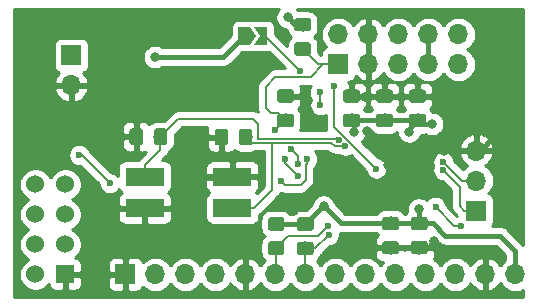
<source format=gbr>
G04 #@! TF.GenerationSoftware,KiCad,Pcbnew,5.1.2-f72e74a~84~ubuntu18.04.1*
G04 #@! TF.CreationDate,2019-07-06T11:59:09+02:00*
G04 #@! TF.ProjectId,loponode,6c6f706f-6e6f-4646-952e-6b696361645f,rev?*
G04 #@! TF.SameCoordinates,Original*
G04 #@! TF.FileFunction,Copper,L2,Bot*
G04 #@! TF.FilePolarity,Positive*
%FSLAX46Y46*%
G04 Gerber Fmt 4.6, Leading zero omitted, Abs format (unit mm)*
G04 Created by KiCad (PCBNEW 5.1.2-f72e74a~84~ubuntu18.04.1) date 2019-07-06 11:59:09*
%MOMM*%
%LPD*%
G04 APERTURE LIST*
%ADD10R,1.700000X1.700000*%
%ADD11O,1.700000X1.700000*%
%ADD12R,3.300000X1.540000*%
%ADD13C,0.100000*%
%ADD14C,1.150000*%
%ADD15C,0.300000*%
%ADD16C,1.524000*%
%ADD17R,1.524000X1.524000*%
%ADD18C,0.800000*%
%ADD19C,0.600000*%
%ADD20C,0.400000*%
%ADD21C,0.200000*%
%ADD22C,0.254000*%
G04 APERTURE END LIST*
D10*
X139954000Y-127000000D03*
D11*
X139954000Y-124460000D03*
X142494000Y-127000000D03*
X142494000Y-124460000D03*
X145034000Y-127000000D03*
X145034000Y-124460000D03*
X147574000Y-127000000D03*
X147574000Y-124460000D03*
X150114000Y-127000000D03*
X150114000Y-124460000D03*
D12*
X130979400Y-139165800D03*
X123579400Y-139165800D03*
X123579400Y-136525800D03*
X130979400Y-136525800D03*
D10*
X121920000Y-144780000D03*
D11*
X124460000Y-144780000D03*
X127000000Y-144780000D03*
X129540000Y-144780000D03*
X132080000Y-144780000D03*
X134620000Y-144780000D03*
X137160000Y-144780000D03*
X139700000Y-144780000D03*
X142240000Y-144780000D03*
X144780000Y-144780000D03*
X147320000Y-144780000D03*
X149860000Y-144780000D03*
X152400000Y-144780000D03*
X154940000Y-144780000D03*
D13*
G36*
X135958105Y-129109604D02*
G01*
X135982373Y-129113204D01*
X136006172Y-129119165D01*
X136029271Y-129127430D01*
X136051450Y-129137920D01*
X136072493Y-129150532D01*
X136092199Y-129165147D01*
X136110377Y-129181623D01*
X136126853Y-129199801D01*
X136141468Y-129219507D01*
X136154080Y-129240550D01*
X136164570Y-129262729D01*
X136172835Y-129285828D01*
X136178796Y-129309627D01*
X136182396Y-129333895D01*
X136183600Y-129358399D01*
X136183600Y-130008401D01*
X136182396Y-130032905D01*
X136178796Y-130057173D01*
X136172835Y-130080972D01*
X136164570Y-130104071D01*
X136154080Y-130126250D01*
X136141468Y-130147293D01*
X136126853Y-130166999D01*
X136110377Y-130185177D01*
X136092199Y-130201653D01*
X136072493Y-130216268D01*
X136051450Y-130228880D01*
X136029271Y-130239370D01*
X136006172Y-130247635D01*
X135982373Y-130253596D01*
X135958105Y-130257196D01*
X135933601Y-130258400D01*
X135033599Y-130258400D01*
X135009095Y-130257196D01*
X134984827Y-130253596D01*
X134961028Y-130247635D01*
X134937929Y-130239370D01*
X134915750Y-130228880D01*
X134894707Y-130216268D01*
X134875001Y-130201653D01*
X134856823Y-130185177D01*
X134840347Y-130166999D01*
X134825732Y-130147293D01*
X134813120Y-130126250D01*
X134802630Y-130104071D01*
X134794365Y-130080972D01*
X134788404Y-130057173D01*
X134784804Y-130032905D01*
X134783600Y-130008401D01*
X134783600Y-129358399D01*
X134784804Y-129333895D01*
X134788404Y-129309627D01*
X134794365Y-129285828D01*
X134802630Y-129262729D01*
X134813120Y-129240550D01*
X134825732Y-129219507D01*
X134840347Y-129199801D01*
X134856823Y-129181623D01*
X134875001Y-129165147D01*
X134894707Y-129150532D01*
X134915750Y-129137920D01*
X134937929Y-129127430D01*
X134961028Y-129119165D01*
X134984827Y-129113204D01*
X135009095Y-129109604D01*
X135033599Y-129108400D01*
X135933601Y-129108400D01*
X135958105Y-129109604D01*
X135958105Y-129109604D01*
G37*
D14*
X135483600Y-129683400D03*
D13*
G36*
X135958105Y-131159604D02*
G01*
X135982373Y-131163204D01*
X136006172Y-131169165D01*
X136029271Y-131177430D01*
X136051450Y-131187920D01*
X136072493Y-131200532D01*
X136092199Y-131215147D01*
X136110377Y-131231623D01*
X136126853Y-131249801D01*
X136141468Y-131269507D01*
X136154080Y-131290550D01*
X136164570Y-131312729D01*
X136172835Y-131335828D01*
X136178796Y-131359627D01*
X136182396Y-131383895D01*
X136183600Y-131408399D01*
X136183600Y-132058401D01*
X136182396Y-132082905D01*
X136178796Y-132107173D01*
X136172835Y-132130972D01*
X136164570Y-132154071D01*
X136154080Y-132176250D01*
X136141468Y-132197293D01*
X136126853Y-132216999D01*
X136110377Y-132235177D01*
X136092199Y-132251653D01*
X136072493Y-132266268D01*
X136051450Y-132278880D01*
X136029271Y-132289370D01*
X136006172Y-132297635D01*
X135982373Y-132303596D01*
X135958105Y-132307196D01*
X135933601Y-132308400D01*
X135033599Y-132308400D01*
X135009095Y-132307196D01*
X134984827Y-132303596D01*
X134961028Y-132297635D01*
X134937929Y-132289370D01*
X134915750Y-132278880D01*
X134894707Y-132266268D01*
X134875001Y-132251653D01*
X134856823Y-132235177D01*
X134840347Y-132216999D01*
X134825732Y-132197293D01*
X134813120Y-132176250D01*
X134802630Y-132154071D01*
X134794365Y-132130972D01*
X134788404Y-132107173D01*
X134784804Y-132082905D01*
X134783600Y-132058401D01*
X134783600Y-131408399D01*
X134784804Y-131383895D01*
X134788404Y-131359627D01*
X134794365Y-131335828D01*
X134802630Y-131312729D01*
X134813120Y-131290550D01*
X134825732Y-131269507D01*
X134840347Y-131249801D01*
X134856823Y-131231623D01*
X134875001Y-131215147D01*
X134894707Y-131200532D01*
X134915750Y-131187920D01*
X134937929Y-131177430D01*
X134961028Y-131169165D01*
X134984827Y-131163204D01*
X135009095Y-131159604D01*
X135033599Y-131158400D01*
X135933601Y-131158400D01*
X135958105Y-131159604D01*
X135958105Y-131159604D01*
G37*
D14*
X135483600Y-131733400D03*
D13*
G36*
X141546105Y-129118604D02*
G01*
X141570373Y-129122204D01*
X141594172Y-129128165D01*
X141617271Y-129136430D01*
X141639450Y-129146920D01*
X141660493Y-129159532D01*
X141680199Y-129174147D01*
X141698377Y-129190623D01*
X141714853Y-129208801D01*
X141729468Y-129228507D01*
X141742080Y-129249550D01*
X141752570Y-129271729D01*
X141760835Y-129294828D01*
X141766796Y-129318627D01*
X141770396Y-129342895D01*
X141771600Y-129367399D01*
X141771600Y-130017401D01*
X141770396Y-130041905D01*
X141766796Y-130066173D01*
X141760835Y-130089972D01*
X141752570Y-130113071D01*
X141742080Y-130135250D01*
X141729468Y-130156293D01*
X141714853Y-130175999D01*
X141698377Y-130194177D01*
X141680199Y-130210653D01*
X141660493Y-130225268D01*
X141639450Y-130237880D01*
X141617271Y-130248370D01*
X141594172Y-130256635D01*
X141570373Y-130262596D01*
X141546105Y-130266196D01*
X141521601Y-130267400D01*
X140621599Y-130267400D01*
X140597095Y-130266196D01*
X140572827Y-130262596D01*
X140549028Y-130256635D01*
X140525929Y-130248370D01*
X140503750Y-130237880D01*
X140482707Y-130225268D01*
X140463001Y-130210653D01*
X140444823Y-130194177D01*
X140428347Y-130175999D01*
X140413732Y-130156293D01*
X140401120Y-130135250D01*
X140390630Y-130113071D01*
X140382365Y-130089972D01*
X140376404Y-130066173D01*
X140372804Y-130041905D01*
X140371600Y-130017401D01*
X140371600Y-129367399D01*
X140372804Y-129342895D01*
X140376404Y-129318627D01*
X140382365Y-129294828D01*
X140390630Y-129271729D01*
X140401120Y-129249550D01*
X140413732Y-129228507D01*
X140428347Y-129208801D01*
X140444823Y-129190623D01*
X140463001Y-129174147D01*
X140482707Y-129159532D01*
X140503750Y-129146920D01*
X140525929Y-129136430D01*
X140549028Y-129128165D01*
X140572827Y-129122204D01*
X140597095Y-129118604D01*
X140621599Y-129117400D01*
X141521601Y-129117400D01*
X141546105Y-129118604D01*
X141546105Y-129118604D01*
G37*
D14*
X141071600Y-129692400D03*
D13*
G36*
X141546105Y-131168604D02*
G01*
X141570373Y-131172204D01*
X141594172Y-131178165D01*
X141617271Y-131186430D01*
X141639450Y-131196920D01*
X141660493Y-131209532D01*
X141680199Y-131224147D01*
X141698377Y-131240623D01*
X141714853Y-131258801D01*
X141729468Y-131278507D01*
X141742080Y-131299550D01*
X141752570Y-131321729D01*
X141760835Y-131344828D01*
X141766796Y-131368627D01*
X141770396Y-131392895D01*
X141771600Y-131417399D01*
X141771600Y-132067401D01*
X141770396Y-132091905D01*
X141766796Y-132116173D01*
X141760835Y-132139972D01*
X141752570Y-132163071D01*
X141742080Y-132185250D01*
X141729468Y-132206293D01*
X141714853Y-132225999D01*
X141698377Y-132244177D01*
X141680199Y-132260653D01*
X141660493Y-132275268D01*
X141639450Y-132287880D01*
X141617271Y-132298370D01*
X141594172Y-132306635D01*
X141570373Y-132312596D01*
X141546105Y-132316196D01*
X141521601Y-132317400D01*
X140621599Y-132317400D01*
X140597095Y-132316196D01*
X140572827Y-132312596D01*
X140549028Y-132306635D01*
X140525929Y-132298370D01*
X140503750Y-132287880D01*
X140482707Y-132275268D01*
X140463001Y-132260653D01*
X140444823Y-132244177D01*
X140428347Y-132225999D01*
X140413732Y-132206293D01*
X140401120Y-132185250D01*
X140390630Y-132163071D01*
X140382365Y-132139972D01*
X140376404Y-132116173D01*
X140372804Y-132091905D01*
X140371600Y-132067401D01*
X140371600Y-131417399D01*
X140372804Y-131392895D01*
X140376404Y-131368627D01*
X140382365Y-131344828D01*
X140390630Y-131321729D01*
X140401120Y-131299550D01*
X140413732Y-131278507D01*
X140428347Y-131258801D01*
X140444823Y-131240623D01*
X140463001Y-131224147D01*
X140482707Y-131209532D01*
X140503750Y-131196920D01*
X140525929Y-131186430D01*
X140549028Y-131178165D01*
X140572827Y-131172204D01*
X140597095Y-131168604D01*
X140621599Y-131167400D01*
X141521601Y-131167400D01*
X141546105Y-131168604D01*
X141546105Y-131168604D01*
G37*
D14*
X141071600Y-131742400D03*
D13*
G36*
X147286505Y-139888204D02*
G01*
X147310773Y-139891804D01*
X147334572Y-139897765D01*
X147357671Y-139906030D01*
X147379850Y-139916520D01*
X147400893Y-139929132D01*
X147420599Y-139943747D01*
X147438777Y-139960223D01*
X147455253Y-139978401D01*
X147469868Y-139998107D01*
X147482480Y-140019150D01*
X147492970Y-140041329D01*
X147501235Y-140064428D01*
X147507196Y-140088227D01*
X147510796Y-140112495D01*
X147512000Y-140136999D01*
X147512000Y-140787001D01*
X147510796Y-140811505D01*
X147507196Y-140835773D01*
X147501235Y-140859572D01*
X147492970Y-140882671D01*
X147482480Y-140904850D01*
X147469868Y-140925893D01*
X147455253Y-140945599D01*
X147438777Y-140963777D01*
X147420599Y-140980253D01*
X147400893Y-140994868D01*
X147379850Y-141007480D01*
X147357671Y-141017970D01*
X147334572Y-141026235D01*
X147310773Y-141032196D01*
X147286505Y-141035796D01*
X147262001Y-141037000D01*
X146361999Y-141037000D01*
X146337495Y-141035796D01*
X146313227Y-141032196D01*
X146289428Y-141026235D01*
X146266329Y-141017970D01*
X146244150Y-141007480D01*
X146223107Y-140994868D01*
X146203401Y-140980253D01*
X146185223Y-140963777D01*
X146168747Y-140945599D01*
X146154132Y-140925893D01*
X146141520Y-140904850D01*
X146131030Y-140882671D01*
X146122765Y-140859572D01*
X146116804Y-140835773D01*
X146113204Y-140811505D01*
X146112000Y-140787001D01*
X146112000Y-140136999D01*
X146113204Y-140112495D01*
X146116804Y-140088227D01*
X146122765Y-140064428D01*
X146131030Y-140041329D01*
X146141520Y-140019150D01*
X146154132Y-139998107D01*
X146168747Y-139978401D01*
X146185223Y-139960223D01*
X146203401Y-139943747D01*
X146223107Y-139929132D01*
X146244150Y-139916520D01*
X146266329Y-139906030D01*
X146289428Y-139897765D01*
X146313227Y-139891804D01*
X146337495Y-139888204D01*
X146361999Y-139887000D01*
X147262001Y-139887000D01*
X147286505Y-139888204D01*
X147286505Y-139888204D01*
G37*
D14*
X146812000Y-140462000D03*
D13*
G36*
X147286505Y-141938204D02*
G01*
X147310773Y-141941804D01*
X147334572Y-141947765D01*
X147357671Y-141956030D01*
X147379850Y-141966520D01*
X147400893Y-141979132D01*
X147420599Y-141993747D01*
X147438777Y-142010223D01*
X147455253Y-142028401D01*
X147469868Y-142048107D01*
X147482480Y-142069150D01*
X147492970Y-142091329D01*
X147501235Y-142114428D01*
X147507196Y-142138227D01*
X147510796Y-142162495D01*
X147512000Y-142186999D01*
X147512000Y-142837001D01*
X147510796Y-142861505D01*
X147507196Y-142885773D01*
X147501235Y-142909572D01*
X147492970Y-142932671D01*
X147482480Y-142954850D01*
X147469868Y-142975893D01*
X147455253Y-142995599D01*
X147438777Y-143013777D01*
X147420599Y-143030253D01*
X147400893Y-143044868D01*
X147379850Y-143057480D01*
X147357671Y-143067970D01*
X147334572Y-143076235D01*
X147310773Y-143082196D01*
X147286505Y-143085796D01*
X147262001Y-143087000D01*
X146361999Y-143087000D01*
X146337495Y-143085796D01*
X146313227Y-143082196D01*
X146289428Y-143076235D01*
X146266329Y-143067970D01*
X146244150Y-143057480D01*
X146223107Y-143044868D01*
X146203401Y-143030253D01*
X146185223Y-143013777D01*
X146168747Y-142995599D01*
X146154132Y-142975893D01*
X146141520Y-142954850D01*
X146131030Y-142932671D01*
X146122765Y-142909572D01*
X146116804Y-142885773D01*
X146113204Y-142861505D01*
X146112000Y-142837001D01*
X146112000Y-142186999D01*
X146113204Y-142162495D01*
X146116804Y-142138227D01*
X146122765Y-142114428D01*
X146131030Y-142091329D01*
X146141520Y-142069150D01*
X146154132Y-142048107D01*
X146168747Y-142028401D01*
X146185223Y-142010223D01*
X146203401Y-141993747D01*
X146223107Y-141979132D01*
X146244150Y-141966520D01*
X146266329Y-141956030D01*
X146289428Y-141947765D01*
X146313227Y-141941804D01*
X146337495Y-141938204D01*
X146361999Y-141937000D01*
X147262001Y-141937000D01*
X147286505Y-141938204D01*
X147286505Y-141938204D01*
G37*
D14*
X146812000Y-142512000D03*
D13*
G36*
X147134105Y-129118604D02*
G01*
X147158373Y-129122204D01*
X147182172Y-129128165D01*
X147205271Y-129136430D01*
X147227450Y-129146920D01*
X147248493Y-129159532D01*
X147268199Y-129174147D01*
X147286377Y-129190623D01*
X147302853Y-129208801D01*
X147317468Y-129228507D01*
X147330080Y-129249550D01*
X147340570Y-129271729D01*
X147348835Y-129294828D01*
X147354796Y-129318627D01*
X147358396Y-129342895D01*
X147359600Y-129367399D01*
X147359600Y-130017401D01*
X147358396Y-130041905D01*
X147354796Y-130066173D01*
X147348835Y-130089972D01*
X147340570Y-130113071D01*
X147330080Y-130135250D01*
X147317468Y-130156293D01*
X147302853Y-130175999D01*
X147286377Y-130194177D01*
X147268199Y-130210653D01*
X147248493Y-130225268D01*
X147227450Y-130237880D01*
X147205271Y-130248370D01*
X147182172Y-130256635D01*
X147158373Y-130262596D01*
X147134105Y-130266196D01*
X147109601Y-130267400D01*
X146209599Y-130267400D01*
X146185095Y-130266196D01*
X146160827Y-130262596D01*
X146137028Y-130256635D01*
X146113929Y-130248370D01*
X146091750Y-130237880D01*
X146070707Y-130225268D01*
X146051001Y-130210653D01*
X146032823Y-130194177D01*
X146016347Y-130175999D01*
X146001732Y-130156293D01*
X145989120Y-130135250D01*
X145978630Y-130113071D01*
X145970365Y-130089972D01*
X145964404Y-130066173D01*
X145960804Y-130041905D01*
X145959600Y-130017401D01*
X145959600Y-129367399D01*
X145960804Y-129342895D01*
X145964404Y-129318627D01*
X145970365Y-129294828D01*
X145978630Y-129271729D01*
X145989120Y-129249550D01*
X146001732Y-129228507D01*
X146016347Y-129208801D01*
X146032823Y-129190623D01*
X146051001Y-129174147D01*
X146070707Y-129159532D01*
X146091750Y-129146920D01*
X146113929Y-129136430D01*
X146137028Y-129128165D01*
X146160827Y-129122204D01*
X146185095Y-129118604D01*
X146209599Y-129117400D01*
X147109601Y-129117400D01*
X147134105Y-129118604D01*
X147134105Y-129118604D01*
G37*
D14*
X146659600Y-129692400D03*
D13*
G36*
X147134105Y-131168604D02*
G01*
X147158373Y-131172204D01*
X147182172Y-131178165D01*
X147205271Y-131186430D01*
X147227450Y-131196920D01*
X147248493Y-131209532D01*
X147268199Y-131224147D01*
X147286377Y-131240623D01*
X147302853Y-131258801D01*
X147317468Y-131278507D01*
X147330080Y-131299550D01*
X147340570Y-131321729D01*
X147348835Y-131344828D01*
X147354796Y-131368627D01*
X147358396Y-131392895D01*
X147359600Y-131417399D01*
X147359600Y-132067401D01*
X147358396Y-132091905D01*
X147354796Y-132116173D01*
X147348835Y-132139972D01*
X147340570Y-132163071D01*
X147330080Y-132185250D01*
X147317468Y-132206293D01*
X147302853Y-132225999D01*
X147286377Y-132244177D01*
X147268199Y-132260653D01*
X147248493Y-132275268D01*
X147227450Y-132287880D01*
X147205271Y-132298370D01*
X147182172Y-132306635D01*
X147158373Y-132312596D01*
X147134105Y-132316196D01*
X147109601Y-132317400D01*
X146209599Y-132317400D01*
X146185095Y-132316196D01*
X146160827Y-132312596D01*
X146137028Y-132306635D01*
X146113929Y-132298370D01*
X146091750Y-132287880D01*
X146070707Y-132275268D01*
X146051001Y-132260653D01*
X146032823Y-132244177D01*
X146016347Y-132225999D01*
X146001732Y-132206293D01*
X145989120Y-132185250D01*
X145978630Y-132163071D01*
X145970365Y-132139972D01*
X145964404Y-132116173D01*
X145960804Y-132091905D01*
X145959600Y-132067401D01*
X145959600Y-131417399D01*
X145960804Y-131392895D01*
X145964404Y-131368627D01*
X145970365Y-131344828D01*
X145978630Y-131321729D01*
X145989120Y-131299550D01*
X146001732Y-131278507D01*
X146016347Y-131258801D01*
X146032823Y-131240623D01*
X146051001Y-131224147D01*
X146070707Y-131209532D01*
X146091750Y-131196920D01*
X146113929Y-131186430D01*
X146137028Y-131178165D01*
X146160827Y-131172204D01*
X146185095Y-131168604D01*
X146209599Y-131167400D01*
X147109601Y-131167400D01*
X147134105Y-131168604D01*
X147134105Y-131168604D01*
G37*
D14*
X146659600Y-131742400D03*
D13*
G36*
X144848105Y-141945604D02*
G01*
X144872373Y-141949204D01*
X144896172Y-141955165D01*
X144919271Y-141963430D01*
X144941450Y-141973920D01*
X144962493Y-141986532D01*
X144982199Y-142001147D01*
X145000377Y-142017623D01*
X145016853Y-142035801D01*
X145031468Y-142055507D01*
X145044080Y-142076550D01*
X145054570Y-142098729D01*
X145062835Y-142121828D01*
X145068796Y-142145627D01*
X145072396Y-142169895D01*
X145073600Y-142194399D01*
X145073600Y-142844401D01*
X145072396Y-142868905D01*
X145068796Y-142893173D01*
X145062835Y-142916972D01*
X145054570Y-142940071D01*
X145044080Y-142962250D01*
X145031468Y-142983293D01*
X145016853Y-143002999D01*
X145000377Y-143021177D01*
X144982199Y-143037653D01*
X144962493Y-143052268D01*
X144941450Y-143064880D01*
X144919271Y-143075370D01*
X144896172Y-143083635D01*
X144872373Y-143089596D01*
X144848105Y-143093196D01*
X144823601Y-143094400D01*
X143923599Y-143094400D01*
X143899095Y-143093196D01*
X143874827Y-143089596D01*
X143851028Y-143083635D01*
X143827929Y-143075370D01*
X143805750Y-143064880D01*
X143784707Y-143052268D01*
X143765001Y-143037653D01*
X143746823Y-143021177D01*
X143730347Y-143002999D01*
X143715732Y-142983293D01*
X143703120Y-142962250D01*
X143692630Y-142940071D01*
X143684365Y-142916972D01*
X143678404Y-142893173D01*
X143674804Y-142868905D01*
X143673600Y-142844401D01*
X143673600Y-142194399D01*
X143674804Y-142169895D01*
X143678404Y-142145627D01*
X143684365Y-142121828D01*
X143692630Y-142098729D01*
X143703120Y-142076550D01*
X143715732Y-142055507D01*
X143730347Y-142035801D01*
X143746823Y-142017623D01*
X143765001Y-142001147D01*
X143784707Y-141986532D01*
X143805750Y-141973920D01*
X143827929Y-141963430D01*
X143851028Y-141955165D01*
X143874827Y-141949204D01*
X143899095Y-141945604D01*
X143923599Y-141944400D01*
X144823601Y-141944400D01*
X144848105Y-141945604D01*
X144848105Y-141945604D01*
G37*
D14*
X144373600Y-142519400D03*
D13*
G36*
X144848105Y-139895604D02*
G01*
X144872373Y-139899204D01*
X144896172Y-139905165D01*
X144919271Y-139913430D01*
X144941450Y-139923920D01*
X144962493Y-139936532D01*
X144982199Y-139951147D01*
X145000377Y-139967623D01*
X145016853Y-139985801D01*
X145031468Y-140005507D01*
X145044080Y-140026550D01*
X145054570Y-140048729D01*
X145062835Y-140071828D01*
X145068796Y-140095627D01*
X145072396Y-140119895D01*
X145073600Y-140144399D01*
X145073600Y-140794401D01*
X145072396Y-140818905D01*
X145068796Y-140843173D01*
X145062835Y-140866972D01*
X145054570Y-140890071D01*
X145044080Y-140912250D01*
X145031468Y-140933293D01*
X145016853Y-140952999D01*
X145000377Y-140971177D01*
X144982199Y-140987653D01*
X144962493Y-141002268D01*
X144941450Y-141014880D01*
X144919271Y-141025370D01*
X144896172Y-141033635D01*
X144872373Y-141039596D01*
X144848105Y-141043196D01*
X144823601Y-141044400D01*
X143923599Y-141044400D01*
X143899095Y-141043196D01*
X143874827Y-141039596D01*
X143851028Y-141033635D01*
X143827929Y-141025370D01*
X143805750Y-141014880D01*
X143784707Y-141002268D01*
X143765001Y-140987653D01*
X143746823Y-140971177D01*
X143730347Y-140952999D01*
X143715732Y-140933293D01*
X143703120Y-140912250D01*
X143692630Y-140890071D01*
X143684365Y-140866972D01*
X143678404Y-140843173D01*
X143674804Y-140818905D01*
X143673600Y-140794401D01*
X143673600Y-140144399D01*
X143674804Y-140119895D01*
X143678404Y-140095627D01*
X143684365Y-140071828D01*
X143692630Y-140048729D01*
X143703120Y-140026550D01*
X143715732Y-140005507D01*
X143730347Y-139985801D01*
X143746823Y-139967623D01*
X143765001Y-139951147D01*
X143784707Y-139936532D01*
X143805750Y-139923920D01*
X143827929Y-139913430D01*
X143851028Y-139905165D01*
X143874827Y-139899204D01*
X143899095Y-139895604D01*
X143923599Y-139894400D01*
X144823601Y-139894400D01*
X144848105Y-139895604D01*
X144848105Y-139895604D01*
G37*
D14*
X144373600Y-140469400D03*
D13*
G36*
X144340105Y-131168604D02*
G01*
X144364373Y-131172204D01*
X144388172Y-131178165D01*
X144411271Y-131186430D01*
X144433450Y-131196920D01*
X144454493Y-131209532D01*
X144474199Y-131224147D01*
X144492377Y-131240623D01*
X144508853Y-131258801D01*
X144523468Y-131278507D01*
X144536080Y-131299550D01*
X144546570Y-131321729D01*
X144554835Y-131344828D01*
X144560796Y-131368627D01*
X144564396Y-131392895D01*
X144565600Y-131417399D01*
X144565600Y-132067401D01*
X144564396Y-132091905D01*
X144560796Y-132116173D01*
X144554835Y-132139972D01*
X144546570Y-132163071D01*
X144536080Y-132185250D01*
X144523468Y-132206293D01*
X144508853Y-132225999D01*
X144492377Y-132244177D01*
X144474199Y-132260653D01*
X144454493Y-132275268D01*
X144433450Y-132287880D01*
X144411271Y-132298370D01*
X144388172Y-132306635D01*
X144364373Y-132312596D01*
X144340105Y-132316196D01*
X144315601Y-132317400D01*
X143415599Y-132317400D01*
X143391095Y-132316196D01*
X143366827Y-132312596D01*
X143343028Y-132306635D01*
X143319929Y-132298370D01*
X143297750Y-132287880D01*
X143276707Y-132275268D01*
X143257001Y-132260653D01*
X143238823Y-132244177D01*
X143222347Y-132225999D01*
X143207732Y-132206293D01*
X143195120Y-132185250D01*
X143184630Y-132163071D01*
X143176365Y-132139972D01*
X143170404Y-132116173D01*
X143166804Y-132091905D01*
X143165600Y-132067401D01*
X143165600Y-131417399D01*
X143166804Y-131392895D01*
X143170404Y-131368627D01*
X143176365Y-131344828D01*
X143184630Y-131321729D01*
X143195120Y-131299550D01*
X143207732Y-131278507D01*
X143222347Y-131258801D01*
X143238823Y-131240623D01*
X143257001Y-131224147D01*
X143276707Y-131209532D01*
X143297750Y-131196920D01*
X143319929Y-131186430D01*
X143343028Y-131178165D01*
X143366827Y-131172204D01*
X143391095Y-131168604D01*
X143415599Y-131167400D01*
X144315601Y-131167400D01*
X144340105Y-131168604D01*
X144340105Y-131168604D01*
G37*
D14*
X143865600Y-131742400D03*
D13*
G36*
X144340105Y-129118604D02*
G01*
X144364373Y-129122204D01*
X144388172Y-129128165D01*
X144411271Y-129136430D01*
X144433450Y-129146920D01*
X144454493Y-129159532D01*
X144474199Y-129174147D01*
X144492377Y-129190623D01*
X144508853Y-129208801D01*
X144523468Y-129228507D01*
X144536080Y-129249550D01*
X144546570Y-129271729D01*
X144554835Y-129294828D01*
X144560796Y-129318627D01*
X144564396Y-129342895D01*
X144565600Y-129367399D01*
X144565600Y-130017401D01*
X144564396Y-130041905D01*
X144560796Y-130066173D01*
X144554835Y-130089972D01*
X144546570Y-130113071D01*
X144536080Y-130135250D01*
X144523468Y-130156293D01*
X144508853Y-130175999D01*
X144492377Y-130194177D01*
X144474199Y-130210653D01*
X144454493Y-130225268D01*
X144433450Y-130237880D01*
X144411271Y-130248370D01*
X144388172Y-130256635D01*
X144364373Y-130262596D01*
X144340105Y-130266196D01*
X144315601Y-130267400D01*
X143415599Y-130267400D01*
X143391095Y-130266196D01*
X143366827Y-130262596D01*
X143343028Y-130256635D01*
X143319929Y-130248370D01*
X143297750Y-130237880D01*
X143276707Y-130225268D01*
X143257001Y-130210653D01*
X143238823Y-130194177D01*
X143222347Y-130175999D01*
X143207732Y-130156293D01*
X143195120Y-130135250D01*
X143184630Y-130113071D01*
X143176365Y-130089972D01*
X143170404Y-130066173D01*
X143166804Y-130041905D01*
X143165600Y-130017401D01*
X143165600Y-129367399D01*
X143166804Y-129342895D01*
X143170404Y-129318627D01*
X143176365Y-129294828D01*
X143184630Y-129271729D01*
X143195120Y-129249550D01*
X143207732Y-129228507D01*
X143222347Y-129208801D01*
X143238823Y-129190623D01*
X143257001Y-129174147D01*
X143276707Y-129159532D01*
X143297750Y-129146920D01*
X143319929Y-129136430D01*
X143343028Y-129128165D01*
X143366827Y-129122204D01*
X143391095Y-129118604D01*
X143415599Y-129117400D01*
X144315601Y-129117400D01*
X144340105Y-129118604D01*
X144340105Y-129118604D01*
G37*
D14*
X143865600Y-129692400D03*
D13*
G36*
X130404905Y-132448004D02*
G01*
X130429173Y-132451604D01*
X130452972Y-132457565D01*
X130476071Y-132465830D01*
X130498250Y-132476320D01*
X130519293Y-132488932D01*
X130538999Y-132503547D01*
X130557177Y-132520023D01*
X130573653Y-132538201D01*
X130588268Y-132557907D01*
X130600880Y-132578950D01*
X130611370Y-132601129D01*
X130619635Y-132624228D01*
X130625596Y-132648027D01*
X130629196Y-132672295D01*
X130630400Y-132696799D01*
X130630400Y-133596801D01*
X130629196Y-133621305D01*
X130625596Y-133645573D01*
X130619635Y-133669372D01*
X130611370Y-133692471D01*
X130600880Y-133714650D01*
X130588268Y-133735693D01*
X130573653Y-133755399D01*
X130557177Y-133773577D01*
X130538999Y-133790053D01*
X130519293Y-133804668D01*
X130498250Y-133817280D01*
X130476071Y-133827770D01*
X130452972Y-133836035D01*
X130429173Y-133841996D01*
X130404905Y-133845596D01*
X130380401Y-133846800D01*
X129730399Y-133846800D01*
X129705895Y-133845596D01*
X129681627Y-133841996D01*
X129657828Y-133836035D01*
X129634729Y-133827770D01*
X129612550Y-133817280D01*
X129591507Y-133804668D01*
X129571801Y-133790053D01*
X129553623Y-133773577D01*
X129537147Y-133755399D01*
X129522532Y-133735693D01*
X129509920Y-133714650D01*
X129499430Y-133692471D01*
X129491165Y-133669372D01*
X129485204Y-133645573D01*
X129481604Y-133621305D01*
X129480400Y-133596801D01*
X129480400Y-132696799D01*
X129481604Y-132672295D01*
X129485204Y-132648027D01*
X129491165Y-132624228D01*
X129499430Y-132601129D01*
X129509920Y-132578950D01*
X129522532Y-132557907D01*
X129537147Y-132538201D01*
X129553623Y-132520023D01*
X129571801Y-132503547D01*
X129591507Y-132488932D01*
X129612550Y-132476320D01*
X129634729Y-132465830D01*
X129657828Y-132457565D01*
X129681627Y-132451604D01*
X129705895Y-132448004D01*
X129730399Y-132446800D01*
X130380401Y-132446800D01*
X130404905Y-132448004D01*
X130404905Y-132448004D01*
G37*
D14*
X130055400Y-133146800D03*
D13*
G36*
X132454905Y-132448004D02*
G01*
X132479173Y-132451604D01*
X132502972Y-132457565D01*
X132526071Y-132465830D01*
X132548250Y-132476320D01*
X132569293Y-132488932D01*
X132588999Y-132503547D01*
X132607177Y-132520023D01*
X132623653Y-132538201D01*
X132638268Y-132557907D01*
X132650880Y-132578950D01*
X132661370Y-132601129D01*
X132669635Y-132624228D01*
X132675596Y-132648027D01*
X132679196Y-132672295D01*
X132680400Y-132696799D01*
X132680400Y-133596801D01*
X132679196Y-133621305D01*
X132675596Y-133645573D01*
X132669635Y-133669372D01*
X132661370Y-133692471D01*
X132650880Y-133714650D01*
X132638268Y-133735693D01*
X132623653Y-133755399D01*
X132607177Y-133773577D01*
X132588999Y-133790053D01*
X132569293Y-133804668D01*
X132548250Y-133817280D01*
X132526071Y-133827770D01*
X132502972Y-133836035D01*
X132479173Y-133841996D01*
X132454905Y-133845596D01*
X132430401Y-133846800D01*
X131780399Y-133846800D01*
X131755895Y-133845596D01*
X131731627Y-133841996D01*
X131707828Y-133836035D01*
X131684729Y-133827770D01*
X131662550Y-133817280D01*
X131641507Y-133804668D01*
X131621801Y-133790053D01*
X131603623Y-133773577D01*
X131587147Y-133755399D01*
X131572532Y-133735693D01*
X131559920Y-133714650D01*
X131549430Y-133692471D01*
X131541165Y-133669372D01*
X131535204Y-133645573D01*
X131531604Y-133621305D01*
X131530400Y-133596801D01*
X131530400Y-132696799D01*
X131531604Y-132672295D01*
X131535204Y-132648027D01*
X131541165Y-132624228D01*
X131549430Y-132601129D01*
X131559920Y-132578950D01*
X131572532Y-132557907D01*
X131587147Y-132538201D01*
X131603623Y-132520023D01*
X131621801Y-132503547D01*
X131641507Y-132488932D01*
X131662550Y-132476320D01*
X131684729Y-132465830D01*
X131707828Y-132457565D01*
X131731627Y-132451604D01*
X131755895Y-132448004D01*
X131780399Y-132446800D01*
X132430401Y-132446800D01*
X132454905Y-132448004D01*
X132454905Y-132448004D01*
G37*
D14*
X132105400Y-133146800D03*
D13*
G36*
X125241305Y-132422604D02*
G01*
X125265573Y-132426204D01*
X125289372Y-132432165D01*
X125312471Y-132440430D01*
X125334650Y-132450920D01*
X125355693Y-132463532D01*
X125375399Y-132478147D01*
X125393577Y-132494623D01*
X125410053Y-132512801D01*
X125424668Y-132532507D01*
X125437280Y-132553550D01*
X125447770Y-132575729D01*
X125456035Y-132598828D01*
X125461996Y-132622627D01*
X125465596Y-132646895D01*
X125466800Y-132671399D01*
X125466800Y-133571401D01*
X125465596Y-133595905D01*
X125461996Y-133620173D01*
X125456035Y-133643972D01*
X125447770Y-133667071D01*
X125437280Y-133689250D01*
X125424668Y-133710293D01*
X125410053Y-133729999D01*
X125393577Y-133748177D01*
X125375399Y-133764653D01*
X125355693Y-133779268D01*
X125334650Y-133791880D01*
X125312471Y-133802370D01*
X125289372Y-133810635D01*
X125265573Y-133816596D01*
X125241305Y-133820196D01*
X125216801Y-133821400D01*
X124566799Y-133821400D01*
X124542295Y-133820196D01*
X124518027Y-133816596D01*
X124494228Y-133810635D01*
X124471129Y-133802370D01*
X124448950Y-133791880D01*
X124427907Y-133779268D01*
X124408201Y-133764653D01*
X124390023Y-133748177D01*
X124373547Y-133729999D01*
X124358932Y-133710293D01*
X124346320Y-133689250D01*
X124335830Y-133667071D01*
X124327565Y-133643972D01*
X124321604Y-133620173D01*
X124318004Y-133595905D01*
X124316800Y-133571401D01*
X124316800Y-132671399D01*
X124318004Y-132646895D01*
X124321604Y-132622627D01*
X124327565Y-132598828D01*
X124335830Y-132575729D01*
X124346320Y-132553550D01*
X124358932Y-132532507D01*
X124373547Y-132512801D01*
X124390023Y-132494623D01*
X124408201Y-132478147D01*
X124427907Y-132463532D01*
X124448950Y-132450920D01*
X124471129Y-132440430D01*
X124494228Y-132432165D01*
X124518027Y-132426204D01*
X124542295Y-132422604D01*
X124566799Y-132421400D01*
X125216801Y-132421400D01*
X125241305Y-132422604D01*
X125241305Y-132422604D01*
G37*
D14*
X124891800Y-133121400D03*
D13*
G36*
X123191305Y-132422604D02*
G01*
X123215573Y-132426204D01*
X123239372Y-132432165D01*
X123262471Y-132440430D01*
X123284650Y-132450920D01*
X123305693Y-132463532D01*
X123325399Y-132478147D01*
X123343577Y-132494623D01*
X123360053Y-132512801D01*
X123374668Y-132532507D01*
X123387280Y-132553550D01*
X123397770Y-132575729D01*
X123406035Y-132598828D01*
X123411996Y-132622627D01*
X123415596Y-132646895D01*
X123416800Y-132671399D01*
X123416800Y-133571401D01*
X123415596Y-133595905D01*
X123411996Y-133620173D01*
X123406035Y-133643972D01*
X123397770Y-133667071D01*
X123387280Y-133689250D01*
X123374668Y-133710293D01*
X123360053Y-133729999D01*
X123343577Y-133748177D01*
X123325399Y-133764653D01*
X123305693Y-133779268D01*
X123284650Y-133791880D01*
X123262471Y-133802370D01*
X123239372Y-133810635D01*
X123215573Y-133816596D01*
X123191305Y-133820196D01*
X123166801Y-133821400D01*
X122516799Y-133821400D01*
X122492295Y-133820196D01*
X122468027Y-133816596D01*
X122444228Y-133810635D01*
X122421129Y-133802370D01*
X122398950Y-133791880D01*
X122377907Y-133779268D01*
X122358201Y-133764653D01*
X122340023Y-133748177D01*
X122323547Y-133729999D01*
X122308932Y-133710293D01*
X122296320Y-133689250D01*
X122285830Y-133667071D01*
X122277565Y-133643972D01*
X122271604Y-133620173D01*
X122268004Y-133595905D01*
X122266800Y-133571401D01*
X122266800Y-132671399D01*
X122268004Y-132646895D01*
X122271604Y-132622627D01*
X122277565Y-132598828D01*
X122285830Y-132575729D01*
X122296320Y-132553550D01*
X122308932Y-132532507D01*
X122323547Y-132512801D01*
X122340023Y-132494623D01*
X122358201Y-132478147D01*
X122377907Y-132463532D01*
X122398950Y-132450920D01*
X122421129Y-132440430D01*
X122444228Y-132432165D01*
X122468027Y-132426204D01*
X122492295Y-132422604D01*
X122516799Y-132421400D01*
X123166801Y-132421400D01*
X123191305Y-132422604D01*
X123191305Y-132422604D01*
G37*
D14*
X122841800Y-133121400D03*
D11*
X117348000Y-128778000D03*
D10*
X117348000Y-126238000D03*
X151638000Y-139369800D03*
D11*
X151638000Y-136829800D03*
X151638000Y-134289800D03*
D15*
X133451600Y-124587000D03*
D13*
G36*
X133951600Y-125337000D02*
G01*
X132801600Y-125337000D01*
X133301600Y-124587000D01*
X132801600Y-123837000D01*
X133951600Y-123837000D01*
X133951600Y-125337000D01*
X133951600Y-125337000D01*
G37*
D15*
X132001600Y-124587000D03*
D13*
G36*
X133001600Y-124587000D02*
G01*
X132501600Y-125337000D01*
X131501600Y-125337000D01*
X131501600Y-123837000D01*
X132501600Y-123837000D01*
X133001600Y-124587000D01*
X133001600Y-124587000D01*
G37*
G36*
X137405905Y-123064404D02*
G01*
X137430173Y-123068004D01*
X137453972Y-123073965D01*
X137477071Y-123082230D01*
X137499250Y-123092720D01*
X137520293Y-123105332D01*
X137539999Y-123119947D01*
X137558177Y-123136423D01*
X137574653Y-123154601D01*
X137589268Y-123174307D01*
X137601880Y-123195350D01*
X137612370Y-123217529D01*
X137620635Y-123240628D01*
X137626596Y-123264427D01*
X137630196Y-123288695D01*
X137631400Y-123313199D01*
X137631400Y-123963201D01*
X137630196Y-123987705D01*
X137626596Y-124011973D01*
X137620635Y-124035772D01*
X137612370Y-124058871D01*
X137601880Y-124081050D01*
X137589268Y-124102093D01*
X137574653Y-124121799D01*
X137558177Y-124139977D01*
X137539999Y-124156453D01*
X137520293Y-124171068D01*
X137499250Y-124183680D01*
X137477071Y-124194170D01*
X137453972Y-124202435D01*
X137430173Y-124208396D01*
X137405905Y-124211996D01*
X137381401Y-124213200D01*
X136481399Y-124213200D01*
X136456895Y-124211996D01*
X136432627Y-124208396D01*
X136408828Y-124202435D01*
X136385729Y-124194170D01*
X136363550Y-124183680D01*
X136342507Y-124171068D01*
X136322801Y-124156453D01*
X136304623Y-124139977D01*
X136288147Y-124121799D01*
X136273532Y-124102093D01*
X136260920Y-124081050D01*
X136250430Y-124058871D01*
X136242165Y-124035772D01*
X136236204Y-124011973D01*
X136232604Y-123987705D01*
X136231400Y-123963201D01*
X136231400Y-123313199D01*
X136232604Y-123288695D01*
X136236204Y-123264427D01*
X136242165Y-123240628D01*
X136250430Y-123217529D01*
X136260920Y-123195350D01*
X136273532Y-123174307D01*
X136288147Y-123154601D01*
X136304623Y-123136423D01*
X136322801Y-123119947D01*
X136342507Y-123105332D01*
X136363550Y-123092720D01*
X136385729Y-123082230D01*
X136408828Y-123073965D01*
X136432627Y-123068004D01*
X136456895Y-123064404D01*
X136481399Y-123063200D01*
X137381401Y-123063200D01*
X137405905Y-123064404D01*
X137405905Y-123064404D01*
G37*
D14*
X136931400Y-123638200D03*
D13*
G36*
X137405905Y-125114404D02*
G01*
X137430173Y-125118004D01*
X137453972Y-125123965D01*
X137477071Y-125132230D01*
X137499250Y-125142720D01*
X137520293Y-125155332D01*
X137539999Y-125169947D01*
X137558177Y-125186423D01*
X137574653Y-125204601D01*
X137589268Y-125224307D01*
X137601880Y-125245350D01*
X137612370Y-125267529D01*
X137620635Y-125290628D01*
X137626596Y-125314427D01*
X137630196Y-125338695D01*
X137631400Y-125363199D01*
X137631400Y-126013201D01*
X137630196Y-126037705D01*
X137626596Y-126061973D01*
X137620635Y-126085772D01*
X137612370Y-126108871D01*
X137601880Y-126131050D01*
X137589268Y-126152093D01*
X137574653Y-126171799D01*
X137558177Y-126189977D01*
X137539999Y-126206453D01*
X137520293Y-126221068D01*
X137499250Y-126233680D01*
X137477071Y-126244170D01*
X137453972Y-126252435D01*
X137430173Y-126258396D01*
X137405905Y-126261996D01*
X137381401Y-126263200D01*
X136481399Y-126263200D01*
X136456895Y-126261996D01*
X136432627Y-126258396D01*
X136408828Y-126252435D01*
X136385729Y-126244170D01*
X136363550Y-126233680D01*
X136342507Y-126221068D01*
X136322801Y-126206453D01*
X136304623Y-126189977D01*
X136288147Y-126171799D01*
X136273532Y-126152093D01*
X136260920Y-126131050D01*
X136250430Y-126108871D01*
X136242165Y-126085772D01*
X136236204Y-126061973D01*
X136232604Y-126037705D01*
X136231400Y-126013201D01*
X136231400Y-125363199D01*
X136232604Y-125338695D01*
X136236204Y-125314427D01*
X136242165Y-125290628D01*
X136250430Y-125267529D01*
X136260920Y-125245350D01*
X136273532Y-125224307D01*
X136288147Y-125204601D01*
X136304623Y-125186423D01*
X136322801Y-125169947D01*
X136342507Y-125155332D01*
X136363550Y-125142720D01*
X136385729Y-125132230D01*
X136408828Y-125123965D01*
X136432627Y-125118004D01*
X136456895Y-125114404D01*
X136481399Y-125113200D01*
X137381401Y-125113200D01*
X137405905Y-125114404D01*
X137405905Y-125114404D01*
G37*
D14*
X136931400Y-125688200D03*
D13*
G36*
X135170705Y-141989004D02*
G01*
X135194973Y-141992604D01*
X135218772Y-141998565D01*
X135241871Y-142006830D01*
X135264050Y-142017320D01*
X135285093Y-142029932D01*
X135304799Y-142044547D01*
X135322977Y-142061023D01*
X135339453Y-142079201D01*
X135354068Y-142098907D01*
X135366680Y-142119950D01*
X135377170Y-142142129D01*
X135385435Y-142165228D01*
X135391396Y-142189027D01*
X135394996Y-142213295D01*
X135396200Y-142237799D01*
X135396200Y-142887801D01*
X135394996Y-142912305D01*
X135391396Y-142936573D01*
X135385435Y-142960372D01*
X135377170Y-142983471D01*
X135366680Y-143005650D01*
X135354068Y-143026693D01*
X135339453Y-143046399D01*
X135322977Y-143064577D01*
X135304799Y-143081053D01*
X135285093Y-143095668D01*
X135264050Y-143108280D01*
X135241871Y-143118770D01*
X135218772Y-143127035D01*
X135194973Y-143132996D01*
X135170705Y-143136596D01*
X135146201Y-143137800D01*
X134246199Y-143137800D01*
X134221695Y-143136596D01*
X134197427Y-143132996D01*
X134173628Y-143127035D01*
X134150529Y-143118770D01*
X134128350Y-143108280D01*
X134107307Y-143095668D01*
X134087601Y-143081053D01*
X134069423Y-143064577D01*
X134052947Y-143046399D01*
X134038332Y-143026693D01*
X134025720Y-143005650D01*
X134015230Y-142983471D01*
X134006965Y-142960372D01*
X134001004Y-142936573D01*
X133997404Y-142912305D01*
X133996200Y-142887801D01*
X133996200Y-142237799D01*
X133997404Y-142213295D01*
X134001004Y-142189027D01*
X134006965Y-142165228D01*
X134015230Y-142142129D01*
X134025720Y-142119950D01*
X134038332Y-142098907D01*
X134052947Y-142079201D01*
X134069423Y-142061023D01*
X134087601Y-142044547D01*
X134107307Y-142029932D01*
X134128350Y-142017320D01*
X134150529Y-142006830D01*
X134173628Y-141998565D01*
X134197427Y-141992604D01*
X134221695Y-141989004D01*
X134246199Y-141987800D01*
X135146201Y-141987800D01*
X135170705Y-141989004D01*
X135170705Y-141989004D01*
G37*
D14*
X134696200Y-142562800D03*
D13*
G36*
X135170705Y-139939004D02*
G01*
X135194973Y-139942604D01*
X135218772Y-139948565D01*
X135241871Y-139956830D01*
X135264050Y-139967320D01*
X135285093Y-139979932D01*
X135304799Y-139994547D01*
X135322977Y-140011023D01*
X135339453Y-140029201D01*
X135354068Y-140048907D01*
X135366680Y-140069950D01*
X135377170Y-140092129D01*
X135385435Y-140115228D01*
X135391396Y-140139027D01*
X135394996Y-140163295D01*
X135396200Y-140187799D01*
X135396200Y-140837801D01*
X135394996Y-140862305D01*
X135391396Y-140886573D01*
X135385435Y-140910372D01*
X135377170Y-140933471D01*
X135366680Y-140955650D01*
X135354068Y-140976693D01*
X135339453Y-140996399D01*
X135322977Y-141014577D01*
X135304799Y-141031053D01*
X135285093Y-141045668D01*
X135264050Y-141058280D01*
X135241871Y-141068770D01*
X135218772Y-141077035D01*
X135194973Y-141082996D01*
X135170705Y-141086596D01*
X135146201Y-141087800D01*
X134246199Y-141087800D01*
X134221695Y-141086596D01*
X134197427Y-141082996D01*
X134173628Y-141077035D01*
X134150529Y-141068770D01*
X134128350Y-141058280D01*
X134107307Y-141045668D01*
X134087601Y-141031053D01*
X134069423Y-141014577D01*
X134052947Y-140996399D01*
X134038332Y-140976693D01*
X134025720Y-140955650D01*
X134015230Y-140933471D01*
X134006965Y-140910372D01*
X134001004Y-140886573D01*
X133997404Y-140862305D01*
X133996200Y-140837801D01*
X133996200Y-140187799D01*
X133997404Y-140163295D01*
X134001004Y-140139027D01*
X134006965Y-140115228D01*
X134015230Y-140092129D01*
X134025720Y-140069950D01*
X134038332Y-140048907D01*
X134052947Y-140029201D01*
X134069423Y-140011023D01*
X134087601Y-139994547D01*
X134107307Y-139979932D01*
X134128350Y-139967320D01*
X134150529Y-139956830D01*
X134173628Y-139948565D01*
X134197427Y-139942604D01*
X134221695Y-139939004D01*
X134246199Y-139937800D01*
X135146201Y-139937800D01*
X135170705Y-139939004D01*
X135170705Y-139939004D01*
G37*
D14*
X134696200Y-140512800D03*
D13*
G36*
X137634505Y-139955404D02*
G01*
X137658773Y-139959004D01*
X137682572Y-139964965D01*
X137705671Y-139973230D01*
X137727850Y-139983720D01*
X137748893Y-139996332D01*
X137768599Y-140010947D01*
X137786777Y-140027423D01*
X137803253Y-140045601D01*
X137817868Y-140065307D01*
X137830480Y-140086350D01*
X137840970Y-140108529D01*
X137849235Y-140131628D01*
X137855196Y-140155427D01*
X137858796Y-140179695D01*
X137860000Y-140204199D01*
X137860000Y-140854201D01*
X137858796Y-140878705D01*
X137855196Y-140902973D01*
X137849235Y-140926772D01*
X137840970Y-140949871D01*
X137830480Y-140972050D01*
X137817868Y-140993093D01*
X137803253Y-141012799D01*
X137786777Y-141030977D01*
X137768599Y-141047453D01*
X137748893Y-141062068D01*
X137727850Y-141074680D01*
X137705671Y-141085170D01*
X137682572Y-141093435D01*
X137658773Y-141099396D01*
X137634505Y-141102996D01*
X137610001Y-141104200D01*
X136709999Y-141104200D01*
X136685495Y-141102996D01*
X136661227Y-141099396D01*
X136637428Y-141093435D01*
X136614329Y-141085170D01*
X136592150Y-141074680D01*
X136571107Y-141062068D01*
X136551401Y-141047453D01*
X136533223Y-141030977D01*
X136516747Y-141012799D01*
X136502132Y-140993093D01*
X136489520Y-140972050D01*
X136479030Y-140949871D01*
X136470765Y-140926772D01*
X136464804Y-140902973D01*
X136461204Y-140878705D01*
X136460000Y-140854201D01*
X136460000Y-140204199D01*
X136461204Y-140179695D01*
X136464804Y-140155427D01*
X136470765Y-140131628D01*
X136479030Y-140108529D01*
X136489520Y-140086350D01*
X136502132Y-140065307D01*
X136516747Y-140045601D01*
X136533223Y-140027423D01*
X136551401Y-140010947D01*
X136571107Y-139996332D01*
X136592150Y-139983720D01*
X136614329Y-139973230D01*
X136637428Y-139964965D01*
X136661227Y-139959004D01*
X136685495Y-139955404D01*
X136709999Y-139954200D01*
X137610001Y-139954200D01*
X137634505Y-139955404D01*
X137634505Y-139955404D01*
G37*
D14*
X137160000Y-140529200D03*
D13*
G36*
X137634505Y-142005404D02*
G01*
X137658773Y-142009004D01*
X137682572Y-142014965D01*
X137705671Y-142023230D01*
X137727850Y-142033720D01*
X137748893Y-142046332D01*
X137768599Y-142060947D01*
X137786777Y-142077423D01*
X137803253Y-142095601D01*
X137817868Y-142115307D01*
X137830480Y-142136350D01*
X137840970Y-142158529D01*
X137849235Y-142181628D01*
X137855196Y-142205427D01*
X137858796Y-142229695D01*
X137860000Y-142254199D01*
X137860000Y-142904201D01*
X137858796Y-142928705D01*
X137855196Y-142952973D01*
X137849235Y-142976772D01*
X137840970Y-142999871D01*
X137830480Y-143022050D01*
X137817868Y-143043093D01*
X137803253Y-143062799D01*
X137786777Y-143080977D01*
X137768599Y-143097453D01*
X137748893Y-143112068D01*
X137727850Y-143124680D01*
X137705671Y-143135170D01*
X137682572Y-143143435D01*
X137658773Y-143149396D01*
X137634505Y-143152996D01*
X137610001Y-143154200D01*
X136709999Y-143154200D01*
X136685495Y-143152996D01*
X136661227Y-143149396D01*
X136637428Y-143143435D01*
X136614329Y-143135170D01*
X136592150Y-143124680D01*
X136571107Y-143112068D01*
X136551401Y-143097453D01*
X136533223Y-143080977D01*
X136516747Y-143062799D01*
X136502132Y-143043093D01*
X136489520Y-143022050D01*
X136479030Y-142999871D01*
X136470765Y-142976772D01*
X136464804Y-142952973D01*
X136461204Y-142928705D01*
X136460000Y-142904201D01*
X136460000Y-142254199D01*
X136461204Y-142229695D01*
X136464804Y-142205427D01*
X136470765Y-142181628D01*
X136479030Y-142158529D01*
X136489520Y-142136350D01*
X136502132Y-142115307D01*
X136516747Y-142095601D01*
X136533223Y-142077423D01*
X136551401Y-142060947D01*
X136571107Y-142046332D01*
X136592150Y-142033720D01*
X136614329Y-142023230D01*
X136637428Y-142014965D01*
X136661227Y-142009004D01*
X136685495Y-142005404D01*
X136709999Y-142004200D01*
X137610001Y-142004200D01*
X137634505Y-142005404D01*
X137634505Y-142005404D01*
G37*
D14*
X137160000Y-142579200D03*
D16*
X114300000Y-137160000D03*
X116840000Y-137160000D03*
X114300000Y-139700000D03*
X116840000Y-139700000D03*
X114300000Y-142240000D03*
X116840000Y-142240000D03*
X114300000Y-144780000D03*
D17*
X116840000Y-144780000D03*
D18*
X146761200Y-139268200D03*
X138709400Y-139014200D03*
X147904200Y-132029200D03*
X145948400Y-132689600D03*
X135661400Y-123012200D03*
X141300200Y-132715000D03*
X119634000Y-138430000D03*
X127254000Y-138176000D03*
X119888000Y-128270000D03*
X121158000Y-128270000D03*
X122428000Y-128270000D03*
X123444000Y-128270000D03*
X123444000Y-129794000D03*
X122428000Y-129794000D03*
X121158000Y-129794000D03*
X119888000Y-129794000D03*
X119126000Y-130810000D03*
X117348000Y-130810000D03*
X115824000Y-130810000D03*
X114808000Y-130810000D03*
X114808000Y-129032000D03*
X114808000Y-127508000D03*
X114808000Y-125984000D03*
X114808000Y-124206000D03*
X117094000Y-123952000D03*
X118872000Y-123952000D03*
X130556000Y-129032000D03*
X131826000Y-129794000D03*
X132588000Y-127254000D03*
X153162000Y-133096000D03*
X153162000Y-131064000D03*
X150876000Y-131064000D03*
X150876000Y-129540000D03*
X149352000Y-129540000D03*
X149352000Y-131064000D03*
X149606000Y-132842000D03*
X153162000Y-128778000D03*
X153162000Y-126746000D03*
X152908000Y-124460000D03*
X140309600Y-137210800D03*
X140335000Y-136144000D03*
X141376400Y-136169400D03*
X142316200Y-137312400D03*
X141427200Y-138226800D03*
X142748000Y-138252200D03*
X143738600Y-138252200D03*
X143611600Y-137261600D03*
X145237200Y-136956800D03*
X145211800Y-135788400D03*
X144195800Y-135534400D03*
X145110200Y-134366000D03*
X148894800Y-134315200D03*
X142180000Y-129794000D03*
X142367000Y-132664200D03*
X137566400Y-137972800D03*
X136931400Y-138709400D03*
X136194800Y-139420600D03*
X123012200Y-142595600D03*
X123063000Y-141401800D03*
X121920000Y-141351000D03*
X121869200Y-142443200D03*
X120802400Y-142494000D03*
X120827800Y-141325600D03*
X119684800Y-142494000D03*
X119354600Y-143662400D03*
X119278400Y-145719800D03*
X132029200Y-142925800D03*
X132029200Y-141782800D03*
X130886200Y-141782800D03*
X130835400Y-142900400D03*
X129743200Y-142875000D03*
X129743200Y-141732000D03*
X128600200Y-141757400D03*
X128549400Y-142798800D03*
X142570200Y-142443200D03*
X141452600Y-142443200D03*
X140208000Y-142443200D03*
X136982200Y-129743200D03*
X148056600Y-141986000D03*
D19*
X134620000Y-132562600D03*
X140553909Y-133895017D03*
X140044946Y-133386054D03*
X143179800Y-135813800D03*
X139623800Y-128828800D03*
X148183600Y-139065000D03*
X150360000Y-140665200D03*
X148840448Y-135958555D03*
X148844000Y-135255000D03*
X139065000Y-140690600D03*
X139141200Y-141452600D03*
X138430000Y-130446400D03*
X138404600Y-129362200D03*
X136677400Y-127558800D03*
D18*
X124409200Y-126390400D03*
D19*
X135409446Y-134977646D03*
X136499600Y-136448800D03*
X136550400Y-135432800D03*
X135966200Y-134188200D03*
X137312400Y-135001000D03*
X135077200Y-136880600D03*
X120599200Y-137058400D03*
X118008400Y-134670800D03*
D20*
X141071600Y-131742400D02*
X143865600Y-131742400D01*
X143865600Y-131742400D02*
X146659600Y-131742400D01*
X146761200Y-140411200D02*
X146812000Y-140462000D01*
X146761200Y-139268200D02*
X146761200Y-140411200D01*
X144381000Y-140462000D02*
X144373600Y-140469400D01*
X146812000Y-140462000D02*
X144381000Y-140462000D01*
X144373600Y-140469400D02*
X140164600Y-140469400D01*
X140164600Y-140469400D02*
X138709400Y-139014200D01*
X137143600Y-140512800D02*
X137160000Y-140529200D01*
X134696200Y-140512800D02*
X137143600Y-140512800D01*
X138675000Y-139014200D02*
X137160000Y-140529200D01*
X138709400Y-139014200D02*
X138675000Y-139014200D01*
X146946400Y-132029200D02*
X146659600Y-131742400D01*
X147904200Y-132029200D02*
X146946400Y-132029200D01*
X145948400Y-132453600D02*
X146659600Y-131742400D01*
X145948400Y-132689600D02*
X145948400Y-132453600D01*
X147955000Y-140462000D02*
X146812000Y-140462000D01*
X148996400Y-141503400D02*
X147955000Y-140462000D01*
X153644600Y-141503400D02*
X148996400Y-141503400D01*
X154940000Y-144780000D02*
X154940000Y-142798800D01*
X154940000Y-142798800D02*
X153644600Y-141503400D01*
X147574000Y-127000000D02*
X147574000Y-124460000D01*
X136931400Y-123638200D02*
X136287400Y-123638200D01*
X136287400Y-123638200D02*
X135661400Y-123012200D01*
X141300200Y-131971000D02*
X141071600Y-131742400D01*
X141300200Y-132715000D02*
X141300200Y-131971000D01*
X130099400Y-136525800D02*
X129973200Y-136652000D01*
X130979400Y-136525800D02*
X130099400Y-136525800D01*
X129973200Y-136652000D02*
X128524000Y-136652000D01*
X126010200Y-139165800D02*
X123579400Y-139165800D01*
X128524000Y-136652000D02*
X126010200Y-139165800D01*
X123579400Y-139165800D02*
X120369800Y-139165800D01*
X120369800Y-139165800D02*
X119634000Y-138430000D01*
X119888000Y-128270000D02*
X121158000Y-128270000D01*
X121158000Y-128270000D02*
X122428000Y-128270000D01*
X123444000Y-128270000D02*
X123444000Y-129794000D01*
X122428000Y-129794000D02*
X121158000Y-129794000D01*
X119888000Y-129794000D02*
X119888000Y-130048000D01*
X119888000Y-130048000D02*
X119126000Y-130810000D01*
X117348000Y-130810000D02*
X115824000Y-130810000D01*
X114808000Y-130810000D02*
X114808000Y-129032000D01*
X114808000Y-127508000D02*
X114808000Y-125984000D01*
X114808000Y-124206000D02*
X116840000Y-124206000D01*
X116840000Y-124206000D02*
X117094000Y-123952000D01*
X130556000Y-129032000D02*
X131064000Y-129032000D01*
X131064000Y-129032000D02*
X131826000Y-129794000D01*
X151638000Y-134289800D02*
X151968200Y-134289800D01*
X151968200Y-134289800D02*
X153162000Y-133096000D01*
X153162000Y-131064000D02*
X150876000Y-131064000D01*
X150876000Y-129540000D02*
X149352000Y-129540000D01*
X149352000Y-131064000D02*
X149352000Y-132588000D01*
X149352000Y-132588000D02*
X149606000Y-132842000D01*
X153162000Y-128778000D02*
X153162000Y-126746000D01*
X140309600Y-137210800D02*
X140309600Y-136169400D01*
X140309600Y-136169400D02*
X140335000Y-136144000D01*
X141376400Y-136169400D02*
X141376400Y-136372600D01*
X141376400Y-136372600D02*
X142316200Y-137312400D01*
X142748000Y-138252200D02*
X143738600Y-138252200D01*
X143611600Y-137261600D02*
X144932400Y-137261600D01*
X144932400Y-137261600D02*
X145237200Y-136956800D01*
X145211800Y-135788400D02*
X144449800Y-135788400D01*
X144449800Y-135788400D02*
X144195800Y-135534400D01*
X145110200Y-134366000D02*
X148844000Y-134366000D01*
X148844000Y-134366000D02*
X148894800Y-134315200D01*
X144544515Y-134366000D02*
X143757115Y-133578600D01*
X145110200Y-134366000D02*
X144544515Y-134366000D01*
X143281400Y-133578600D02*
X142367000Y-132664200D01*
X143757115Y-133578600D02*
X143281400Y-133578600D01*
X137566400Y-137972800D02*
X137566400Y-138074400D01*
X137566400Y-138074400D02*
X136931400Y-138709400D01*
X123012200Y-142595600D02*
X123012200Y-141452600D01*
X123012200Y-141452600D02*
X123063000Y-141401800D01*
X121920000Y-141351000D02*
X121920000Y-142392400D01*
X121920000Y-142392400D02*
X121869200Y-142443200D01*
X120802400Y-142494000D02*
X120802400Y-141351000D01*
X120802400Y-141351000D02*
X120827800Y-141325600D01*
X119684800Y-142494000D02*
X119684800Y-143332200D01*
X119684800Y-143332200D02*
X119354600Y-143662400D01*
X132029200Y-142925800D02*
X132029200Y-141782800D01*
X130886200Y-141782800D02*
X130886200Y-142849600D01*
X130886200Y-142849600D02*
X130835400Y-142900400D01*
X130835400Y-142900400D02*
X129768600Y-142900400D01*
X129768600Y-142900400D02*
X129743200Y-142875000D01*
X129743200Y-141732000D02*
X128625600Y-141732000D01*
X128625600Y-141732000D02*
X128600200Y-141757400D01*
X128600200Y-141757400D02*
X128600200Y-142748000D01*
X128600200Y-142748000D02*
X128549400Y-142798800D01*
X144373600Y-142519400D02*
X142646400Y-142519400D01*
X142646400Y-142519400D02*
X142570200Y-142443200D01*
X141452600Y-142443200D02*
X140208000Y-142443200D01*
X146812000Y-142512000D02*
X147530600Y-142512000D01*
X147530600Y-142512000D02*
X148056600Y-141986000D01*
D21*
X134860228Y-131110028D02*
X134234228Y-131110028D01*
X135483600Y-131733400D02*
X134860228Y-131110028D01*
X134234228Y-131110028D02*
X133807200Y-130683000D01*
X133807200Y-130683000D02*
X133807200Y-128879600D01*
X133807200Y-128879600D02*
X134620000Y-128066800D01*
X134620000Y-128066800D02*
X137617200Y-128066800D01*
X138684000Y-127000000D02*
X139954000Y-127000000D01*
X137617200Y-128066800D02*
X138684000Y-127000000D01*
X138243200Y-127000000D02*
X138684000Y-127000000D01*
X136931400Y-125688200D02*
X138243200Y-127000000D01*
X135483600Y-131733400D02*
X135449200Y-131733400D01*
X135449200Y-131733400D02*
X134620000Y-132562600D01*
X132588000Y-133629400D02*
X132105400Y-133146800D01*
X134366000Y-137629200D02*
X134366000Y-133629400D01*
X132829400Y-139165800D02*
X134366000Y-137629200D01*
X130979400Y-139165800D02*
X132829400Y-139165800D01*
X134366000Y-133629400D02*
X132588000Y-133629400D01*
X140553909Y-133895017D02*
X139635417Y-133895017D01*
X139369800Y-133629400D02*
X134366000Y-133629400D01*
X139635417Y-133895017D02*
X139369800Y-133629400D01*
X124891800Y-134243400D02*
X124891800Y-133121400D01*
X123579400Y-136525800D02*
X123579400Y-135555800D01*
X123579400Y-135555800D02*
X124891800Y-134243400D01*
X124891800Y-133121400D02*
X126415800Y-131597400D01*
X126415800Y-131597400D02*
X132715000Y-131597400D01*
X132715000Y-131597400D02*
X133172200Y-132054600D01*
X133172200Y-132054600D02*
X133172200Y-132791200D01*
X133172200Y-132791200D02*
X133172200Y-133273800D01*
X140044946Y-133386053D02*
X140044946Y-133386054D01*
X133172200Y-133273800D02*
X139932693Y-133273800D01*
X139932693Y-133273800D02*
X140044946Y-133386053D01*
X143179800Y-135813800D02*
X139623800Y-132257800D01*
X139623800Y-132257800D02*
X139623800Y-128828800D01*
X148183600Y-139065000D02*
X149783800Y-140665200D01*
X149783800Y-140665200D02*
X150360000Y-140665200D01*
X150241000Y-137359107D02*
X148840448Y-135958555D01*
X150241000Y-139022800D02*
X150241000Y-137359107D01*
X150588000Y-139369800D02*
X150241000Y-139022800D01*
X151638000Y-139369800D02*
X150588000Y-139369800D01*
X150418800Y-136829800D02*
X151638000Y-136829800D01*
X148844000Y-135255000D02*
X150418800Y-136829800D01*
X134696200Y-144703800D02*
X134620000Y-144780000D01*
X134696200Y-142562800D02*
X134696200Y-144703800D01*
X138351390Y-141404210D02*
X138351390Y-141429610D01*
X139065000Y-140690600D02*
X138351390Y-141404210D01*
X138351390Y-141429610D02*
X138226800Y-141554200D01*
X135704800Y-141554200D02*
X134696200Y-142562800D01*
X138226800Y-141554200D02*
X135704800Y-141554200D01*
X137160000Y-142579200D02*
X137160000Y-144780000D01*
X137160000Y-142579200D02*
X138014600Y-142579200D01*
X138014600Y-142579200D02*
X139141200Y-141452600D01*
X138430000Y-130446400D02*
X138430000Y-129387600D01*
X138430000Y-129387600D02*
X138404600Y-129362200D01*
X133705600Y-124587000D02*
X133451600Y-124587000D01*
X136677400Y-127558800D02*
X133705600Y-124587000D01*
D20*
X124974885Y-126390400D02*
X125000285Y-126365000D01*
X124409200Y-126390400D02*
X124974885Y-126390400D01*
X130223600Y-126365000D02*
X132001600Y-124587000D01*
X125000285Y-126365000D02*
X130223600Y-126365000D01*
D21*
X135409446Y-135358646D02*
X136499600Y-136448800D01*
X135409446Y-134977646D02*
X135409446Y-135358646D01*
X136550400Y-135432800D02*
X136550400Y-134772400D01*
X136550400Y-134772400D02*
X135966200Y-134188200D01*
X137312400Y-135425264D02*
X137185400Y-135552264D01*
X137312400Y-135001000D02*
X137312400Y-135425264D01*
X137185400Y-135552264D02*
X137185400Y-136804400D01*
X137185400Y-136804400D02*
X136753600Y-137236200D01*
X136753600Y-137236200D02*
X135432800Y-137236200D01*
X135432800Y-137236200D02*
X135077200Y-136880600D01*
X120599200Y-137058400D02*
X118211600Y-134670800D01*
X118211600Y-134670800D02*
X118008400Y-134670800D01*
D22*
G36*
X134857463Y-122352426D02*
G01*
X134744195Y-122521944D01*
X134666174Y-122710302D01*
X134626400Y-122910261D01*
X134626400Y-123114139D01*
X134666174Y-123314098D01*
X134744195Y-123502456D01*
X134857463Y-123671974D01*
X135001626Y-123816137D01*
X135171144Y-123929405D01*
X135359502Y-124007426D01*
X135504624Y-124036292D01*
X135612833Y-124144502D01*
X135660928Y-124303051D01*
X135742995Y-124456587D01*
X135853438Y-124591162D01*
X135941216Y-124663200D01*
X135853438Y-124735238D01*
X135742995Y-124869813D01*
X135660928Y-125023349D01*
X135610392Y-125189945D01*
X135593328Y-125363199D01*
X135593328Y-125435282D01*
X134589672Y-124431626D01*
X134589672Y-123837000D01*
X134577412Y-123712518D01*
X134541102Y-123592820D01*
X134482137Y-123482506D01*
X134402785Y-123385815D01*
X134306094Y-123306463D01*
X134195780Y-123247498D01*
X134076082Y-123211188D01*
X133951600Y-123198928D01*
X132801600Y-123198928D01*
X132677773Y-123211059D01*
X132651665Y-123218949D01*
X132626082Y-123211188D01*
X132501600Y-123198928D01*
X131501600Y-123198928D01*
X131377118Y-123211188D01*
X131257420Y-123247498D01*
X131147106Y-123306463D01*
X131050415Y-123385815D01*
X130971063Y-123482506D01*
X130912098Y-123592820D01*
X130875788Y-123712518D01*
X130863528Y-123837000D01*
X130863528Y-124544204D01*
X129877733Y-125530000D01*
X125041303Y-125530000D01*
X125000284Y-125525960D01*
X124981233Y-125527836D01*
X124899456Y-125473195D01*
X124711098Y-125395174D01*
X124511139Y-125355400D01*
X124307261Y-125355400D01*
X124107302Y-125395174D01*
X123918944Y-125473195D01*
X123749426Y-125586463D01*
X123605263Y-125730626D01*
X123491995Y-125900144D01*
X123413974Y-126088502D01*
X123374200Y-126288461D01*
X123374200Y-126492339D01*
X123413974Y-126692298D01*
X123491995Y-126880656D01*
X123605263Y-127050174D01*
X123749426Y-127194337D01*
X123918944Y-127307605D01*
X124107302Y-127385626D01*
X124307261Y-127425400D01*
X124511139Y-127425400D01*
X124711098Y-127385626D01*
X124899456Y-127307605D01*
X125023623Y-127224640D01*
X125138574Y-127213318D01*
X125182478Y-127200000D01*
X130182582Y-127200000D01*
X130223600Y-127204040D01*
X130264618Y-127200000D01*
X130264619Y-127200000D01*
X130387289Y-127187918D01*
X130544687Y-127140172D01*
X130689746Y-127062636D01*
X130816891Y-126958291D01*
X130843046Y-126926421D01*
X131794396Y-125975072D01*
X132501600Y-125975072D01*
X132626736Y-125962681D01*
X132651664Y-125955091D01*
X132677118Y-125962812D01*
X132801600Y-125975072D01*
X133951600Y-125975072D01*
X134045025Y-125965871D01*
X135410953Y-127331800D01*
X134656105Y-127331800D01*
X134620000Y-127328244D01*
X134583895Y-127331800D01*
X134475915Y-127342435D01*
X134337367Y-127384463D01*
X134209680Y-127452713D01*
X134097762Y-127544562D01*
X134074746Y-127572607D01*
X133313008Y-128334346D01*
X133284963Y-128357362D01*
X133193114Y-128469280D01*
X133180008Y-128493800D01*
X133124864Y-128596967D01*
X133082835Y-128735515D01*
X133068644Y-128879600D01*
X133072201Y-128915715D01*
X133072200Y-130646895D01*
X133068644Y-130683000D01*
X133078241Y-130780438D01*
X133082835Y-130827084D01*
X133124863Y-130965632D01*
X133141342Y-130996462D01*
X133125320Y-130983313D01*
X132997633Y-130915063D01*
X132859085Y-130873035D01*
X132751105Y-130862400D01*
X132715000Y-130858844D01*
X132678895Y-130862400D01*
X126451894Y-130862400D01*
X126415799Y-130858845D01*
X126379704Y-130862400D01*
X126379695Y-130862400D01*
X126271715Y-130873035D01*
X126133167Y-130915063D01*
X126005480Y-130983313D01*
X125893562Y-131075162D01*
X125870546Y-131103207D01*
X125190425Y-131783328D01*
X124566799Y-131783328D01*
X124393545Y-131800392D01*
X124226949Y-131850928D01*
X124073413Y-131932995D01*
X123938838Y-132043438D01*
X123933458Y-132049994D01*
X123867985Y-131970215D01*
X123771294Y-131890863D01*
X123660980Y-131831898D01*
X123541282Y-131795588D01*
X123416800Y-131783328D01*
X123127550Y-131786400D01*
X122968800Y-131945150D01*
X122968800Y-132994400D01*
X122988800Y-132994400D01*
X122988800Y-133248400D01*
X122968800Y-133248400D01*
X122968800Y-134297650D01*
X123127550Y-134456400D01*
X123416800Y-134459472D01*
X123541282Y-134447212D01*
X123660980Y-134410902D01*
X123712264Y-134383490D01*
X123085208Y-135010546D01*
X123057163Y-135033562D01*
X122988090Y-135117728D01*
X121929400Y-135117728D01*
X121804918Y-135129988D01*
X121685220Y-135166298D01*
X121574906Y-135225263D01*
X121478215Y-135304615D01*
X121398863Y-135401306D01*
X121339898Y-135511620D01*
X121303588Y-135631318D01*
X121291328Y-135755800D01*
X121291328Y-136428238D01*
X121195228Y-136332138D01*
X121042089Y-136229814D01*
X120871929Y-136159332D01*
X120706715Y-136126469D01*
X118857371Y-134277125D01*
X118836986Y-134227911D01*
X118734662Y-134074772D01*
X118604428Y-133944538D01*
X118451289Y-133842214D01*
X118401040Y-133821400D01*
X121628728Y-133821400D01*
X121640988Y-133945882D01*
X121677298Y-134065580D01*
X121736263Y-134175894D01*
X121815615Y-134272585D01*
X121912306Y-134351937D01*
X122022620Y-134410902D01*
X122142318Y-134447212D01*
X122266800Y-134459472D01*
X122556050Y-134456400D01*
X122714800Y-134297650D01*
X122714800Y-133248400D01*
X121790550Y-133248400D01*
X121631800Y-133407150D01*
X121628728Y-133821400D01*
X118401040Y-133821400D01*
X118281129Y-133771732D01*
X118100489Y-133735800D01*
X117916311Y-133735800D01*
X117735671Y-133771732D01*
X117565511Y-133842214D01*
X117412372Y-133944538D01*
X117282138Y-134074772D01*
X117179814Y-134227911D01*
X117109332Y-134398071D01*
X117073400Y-134578711D01*
X117073400Y-134762889D01*
X117109332Y-134943529D01*
X117179814Y-135113689D01*
X117282138Y-135266828D01*
X117412372Y-135397062D01*
X117565511Y-135499386D01*
X117735671Y-135569868D01*
X117916311Y-135605800D01*
X118100489Y-135605800D01*
X118106048Y-135604694D01*
X119667269Y-137165915D01*
X119700132Y-137331129D01*
X119770614Y-137501289D01*
X119872938Y-137654428D01*
X120003172Y-137784662D01*
X120156311Y-137886986D01*
X120326471Y-137957468D01*
X120507111Y-137993400D01*
X120691289Y-137993400D01*
X120871929Y-137957468D01*
X121042089Y-137886986D01*
X121195228Y-137784662D01*
X121325462Y-137654428D01*
X121367469Y-137591560D01*
X121398863Y-137650294D01*
X121478215Y-137746985D01*
X121574906Y-137826337D01*
X121611318Y-137845800D01*
X121574906Y-137865263D01*
X121478215Y-137944615D01*
X121398863Y-138041306D01*
X121339898Y-138151620D01*
X121303588Y-138271318D01*
X121291328Y-138395800D01*
X121294400Y-138880050D01*
X121453150Y-139038800D01*
X123452400Y-139038800D01*
X123452400Y-139018800D01*
X123706400Y-139018800D01*
X123706400Y-139038800D01*
X125705650Y-139038800D01*
X125864400Y-138880050D01*
X125867472Y-138395800D01*
X125855212Y-138271318D01*
X125818902Y-138151620D01*
X125759937Y-138041306D01*
X125680585Y-137944615D01*
X125583894Y-137865263D01*
X125547482Y-137845800D01*
X125583894Y-137826337D01*
X125680585Y-137746985D01*
X125759937Y-137650294D01*
X125818902Y-137539980D01*
X125855212Y-137420282D01*
X125867472Y-137295800D01*
X125867472Y-135755800D01*
X128691328Y-135755800D01*
X128694400Y-136240050D01*
X128853150Y-136398800D01*
X130852400Y-136398800D01*
X130852400Y-135279550D01*
X131106400Y-135279550D01*
X131106400Y-136398800D01*
X133105650Y-136398800D01*
X133264400Y-136240050D01*
X133267472Y-135755800D01*
X133255212Y-135631318D01*
X133218902Y-135511620D01*
X133159937Y-135401306D01*
X133080585Y-135304615D01*
X132983894Y-135225263D01*
X132873580Y-135166298D01*
X132753882Y-135129988D01*
X132629400Y-135117728D01*
X131265150Y-135120800D01*
X131106400Y-135279550D01*
X130852400Y-135279550D01*
X130693650Y-135120800D01*
X129329400Y-135117728D01*
X129204918Y-135129988D01*
X129085220Y-135166298D01*
X128974906Y-135225263D01*
X128878215Y-135304615D01*
X128798863Y-135401306D01*
X128739898Y-135511620D01*
X128703588Y-135631318D01*
X128691328Y-135755800D01*
X125867472Y-135755800D01*
X125855212Y-135631318D01*
X125818902Y-135511620D01*
X125759937Y-135401306D01*
X125680585Y-135304615D01*
X125583894Y-135225263D01*
X125473580Y-135166298D01*
X125353882Y-135129988D01*
X125229400Y-135117728D01*
X125056919Y-135117728D01*
X125385997Y-134788650D01*
X125414037Y-134765638D01*
X125437050Y-134737597D01*
X125437053Y-134737594D01*
X125482355Y-134682393D01*
X125505887Y-134653720D01*
X125574137Y-134526033D01*
X125616165Y-134387485D01*
X125619016Y-134358537D01*
X125710187Y-134309805D01*
X125844762Y-134199362D01*
X125955205Y-134064787D01*
X126037272Y-133911251D01*
X126056822Y-133846800D01*
X128842328Y-133846800D01*
X128854588Y-133971282D01*
X128890898Y-134090980D01*
X128949863Y-134201294D01*
X129029215Y-134297985D01*
X129125906Y-134377337D01*
X129236220Y-134436302D01*
X129355918Y-134472612D01*
X129480400Y-134484872D01*
X129769650Y-134481800D01*
X129928400Y-134323050D01*
X129928400Y-133273800D01*
X129004150Y-133273800D01*
X128845400Y-133432550D01*
X128842328Y-133846800D01*
X126056822Y-133846800D01*
X126087808Y-133744655D01*
X126104872Y-133571401D01*
X126104872Y-132947774D01*
X126720247Y-132332400D01*
X128853595Y-132332400D01*
X128842328Y-132446800D01*
X128845400Y-132861050D01*
X129004150Y-133019800D01*
X129928400Y-133019800D01*
X129928400Y-132999800D01*
X130182400Y-132999800D01*
X130182400Y-133019800D01*
X130202400Y-133019800D01*
X130202400Y-133273800D01*
X130182400Y-133273800D01*
X130182400Y-134323050D01*
X130341150Y-134481800D01*
X130630400Y-134484872D01*
X130754882Y-134472612D01*
X130874580Y-134436302D01*
X130984894Y-134377337D01*
X131081585Y-134297985D01*
X131147058Y-134218206D01*
X131152438Y-134224762D01*
X131287013Y-134335205D01*
X131440549Y-134417272D01*
X131607145Y-134467808D01*
X131780399Y-134484872D01*
X132430401Y-134484872D01*
X132603655Y-134467808D01*
X132770251Y-134417272D01*
X132869167Y-134364400D01*
X133631001Y-134364400D01*
X133631000Y-137324753D01*
X133042442Y-137913312D01*
X132983894Y-137865263D01*
X132947482Y-137845800D01*
X132983894Y-137826337D01*
X133080585Y-137746985D01*
X133159937Y-137650294D01*
X133218902Y-137539980D01*
X133255212Y-137420282D01*
X133267472Y-137295800D01*
X133264400Y-136811550D01*
X133105650Y-136652800D01*
X131106400Y-136652800D01*
X131106400Y-136672800D01*
X130852400Y-136672800D01*
X130852400Y-136652800D01*
X128853150Y-136652800D01*
X128694400Y-136811550D01*
X128691328Y-137295800D01*
X128703588Y-137420282D01*
X128739898Y-137539980D01*
X128798863Y-137650294D01*
X128878215Y-137746985D01*
X128974906Y-137826337D01*
X129011318Y-137845800D01*
X128974906Y-137865263D01*
X128878215Y-137944615D01*
X128798863Y-138041306D01*
X128739898Y-138151620D01*
X128703588Y-138271318D01*
X128691328Y-138395800D01*
X128691328Y-139935800D01*
X128703588Y-140060282D01*
X128739898Y-140179980D01*
X128798863Y-140290294D01*
X128878215Y-140386985D01*
X128974906Y-140466337D01*
X129085220Y-140525302D01*
X129204918Y-140561612D01*
X129329400Y-140573872D01*
X132629400Y-140573872D01*
X132753882Y-140561612D01*
X132873580Y-140525302D01*
X132983894Y-140466337D01*
X133080585Y-140386985D01*
X133159937Y-140290294D01*
X133218902Y-140179980D01*
X133255212Y-140060282D01*
X133267472Y-139935800D01*
X133267472Y-139757111D01*
X133351638Y-139688038D01*
X133374658Y-139659988D01*
X134860197Y-138174450D01*
X134888237Y-138151438D01*
X134911250Y-138123397D01*
X134911253Y-138123394D01*
X134980087Y-138039520D01*
X135048337Y-137911834D01*
X135060795Y-137870767D01*
X135150167Y-137918537D01*
X135288715Y-137960565D01*
X135396695Y-137971200D01*
X135396704Y-137971200D01*
X135432799Y-137974755D01*
X135468894Y-137971200D01*
X136717495Y-137971200D01*
X136753600Y-137974756D01*
X136789705Y-137971200D01*
X136897685Y-137960565D01*
X137036233Y-137918537D01*
X137163920Y-137850287D01*
X137275838Y-137758438D01*
X137298859Y-137730387D01*
X137679587Y-137349659D01*
X137707638Y-137326638D01*
X137799487Y-137214720D01*
X137867737Y-137087033D01*
X137909765Y-136948485D01*
X137920400Y-136840505D01*
X137920400Y-136840496D01*
X137923955Y-136804401D01*
X137920400Y-136768306D01*
X137920400Y-135843001D01*
X137926487Y-135835584D01*
X137994737Y-135707897D01*
X138023887Y-135611803D01*
X138038662Y-135597028D01*
X138140986Y-135443889D01*
X138211468Y-135273729D01*
X138247400Y-135093089D01*
X138247400Y-134908911D01*
X138211468Y-134728271D01*
X138140986Y-134558111D01*
X138038662Y-134404972D01*
X137998090Y-134364400D01*
X139065354Y-134364400D01*
X139090158Y-134389204D01*
X139113179Y-134417255D01*
X139225097Y-134509104D01*
X139352784Y-134577354D01*
X139441330Y-134604214D01*
X139491331Y-134619382D01*
X139505549Y-134620782D01*
X139599312Y-134630017D01*
X139599319Y-134630017D01*
X139635416Y-134633572D01*
X139671513Y-134630017D01*
X139970958Y-134630017D01*
X140111020Y-134723603D01*
X140281180Y-134794085D01*
X140461820Y-134830017D01*
X140645998Y-134830017D01*
X140826638Y-134794085D01*
X140996798Y-134723603D01*
X141028784Y-134702231D01*
X142247869Y-135921315D01*
X142280732Y-136086529D01*
X142351214Y-136256689D01*
X142453538Y-136409828D01*
X142583772Y-136540062D01*
X142736911Y-136642386D01*
X142907071Y-136712868D01*
X143087711Y-136748800D01*
X143271889Y-136748800D01*
X143452529Y-136712868D01*
X143622689Y-136642386D01*
X143775828Y-136540062D01*
X143906062Y-136409828D01*
X144008386Y-136256689D01*
X144078868Y-136086529D01*
X144114800Y-135905889D01*
X144114800Y-135721711D01*
X144078868Y-135541071D01*
X144008386Y-135370911D01*
X143906062Y-135217772D01*
X143775828Y-135087538D01*
X143622689Y-134985214D01*
X143452529Y-134914732D01*
X143287315Y-134881869D01*
X142338356Y-133932910D01*
X150196524Y-133932910D01*
X150317845Y-134162800D01*
X151511000Y-134162800D01*
X151511000Y-132968986D01*
X151765000Y-132968986D01*
X151765000Y-134162800D01*
X152958155Y-134162800D01*
X153079476Y-133932910D01*
X153034825Y-133785701D01*
X152909641Y-133522880D01*
X152735588Y-133289531D01*
X152519355Y-133094622D01*
X152269252Y-132945643D01*
X151994891Y-132848319D01*
X151765000Y-132968986D01*
X151511000Y-132968986D01*
X151281109Y-132848319D01*
X151006748Y-132945643D01*
X150756645Y-133094622D01*
X150540412Y-133289531D01*
X150366359Y-133522880D01*
X150241175Y-133785701D01*
X150196524Y-133932910D01*
X142338356Y-133932910D01*
X141938639Y-133533193D01*
X141959974Y-133518937D01*
X142104137Y-133374774D01*
X142217405Y-133205256D01*
X142295426Y-133016898D01*
X142335200Y-132816939D01*
X142335200Y-132613061D01*
X142328107Y-132577400D01*
X142690829Y-132577400D01*
X142787638Y-132695362D01*
X142922213Y-132805805D01*
X143075749Y-132887872D01*
X143242345Y-132938408D01*
X143415599Y-132955472D01*
X144315601Y-132955472D01*
X144488855Y-132938408D01*
X144655451Y-132887872D01*
X144808987Y-132805805D01*
X144913400Y-132720115D01*
X144913400Y-132791539D01*
X144953174Y-132991498D01*
X145031195Y-133179856D01*
X145144463Y-133349374D01*
X145288626Y-133493537D01*
X145458144Y-133606805D01*
X145646502Y-133684826D01*
X145846461Y-133724600D01*
X146050339Y-133724600D01*
X146250298Y-133684826D01*
X146438656Y-133606805D01*
X146608174Y-133493537D01*
X146752337Y-133349374D01*
X146865605Y-133179856D01*
X146943626Y-132991498D01*
X146950792Y-132955472D01*
X147109601Y-132955472D01*
X147282855Y-132938408D01*
X147364782Y-132913556D01*
X147413944Y-132946405D01*
X147602302Y-133024426D01*
X147802261Y-133064200D01*
X148006139Y-133064200D01*
X148206098Y-133024426D01*
X148394456Y-132946405D01*
X148563974Y-132833137D01*
X148708137Y-132688974D01*
X148821405Y-132519456D01*
X148899426Y-132331098D01*
X148939200Y-132131139D01*
X148939200Y-131927261D01*
X148899426Y-131727302D01*
X148821405Y-131538944D01*
X148708137Y-131369426D01*
X148563974Y-131225263D01*
X148394456Y-131111995D01*
X148206098Y-131033974D01*
X148006139Y-130994200D01*
X147885521Y-130994200D01*
X147848005Y-130924013D01*
X147737562Y-130789438D01*
X147731006Y-130784058D01*
X147810785Y-130718585D01*
X147890137Y-130621894D01*
X147949102Y-130511580D01*
X147985412Y-130391882D01*
X147997672Y-130267400D01*
X147994600Y-129978150D01*
X147835850Y-129819400D01*
X146786600Y-129819400D01*
X146786600Y-129839400D01*
X146532600Y-129839400D01*
X146532600Y-129819400D01*
X145483350Y-129819400D01*
X145324600Y-129978150D01*
X145321528Y-130267400D01*
X145333788Y-130391882D01*
X145370098Y-130511580D01*
X145429063Y-130621894D01*
X145508415Y-130718585D01*
X145588194Y-130784058D01*
X145581638Y-130789438D01*
X145484829Y-130907400D01*
X145040371Y-130907400D01*
X144943562Y-130789438D01*
X144937006Y-130784058D01*
X145016785Y-130718585D01*
X145096137Y-130621894D01*
X145155102Y-130511580D01*
X145191412Y-130391882D01*
X145203672Y-130267400D01*
X145200600Y-129978150D01*
X145041850Y-129819400D01*
X143992600Y-129819400D01*
X143992600Y-129839400D01*
X143738600Y-129839400D01*
X143738600Y-129819400D01*
X142689350Y-129819400D01*
X142530600Y-129978150D01*
X142527528Y-130267400D01*
X142539788Y-130391882D01*
X142576098Y-130511580D01*
X142635063Y-130621894D01*
X142714415Y-130718585D01*
X142794194Y-130784058D01*
X142787638Y-130789438D01*
X142690829Y-130907400D01*
X142246371Y-130907400D01*
X142149562Y-130789438D01*
X142143006Y-130784058D01*
X142222785Y-130718585D01*
X142302137Y-130621894D01*
X142361102Y-130511580D01*
X142397412Y-130391882D01*
X142409672Y-130267400D01*
X142406600Y-129978150D01*
X142247850Y-129819400D01*
X141198600Y-129819400D01*
X141198600Y-129839400D01*
X140944600Y-129839400D01*
X140944600Y-129819400D01*
X140924600Y-129819400D01*
X140924600Y-129565400D01*
X140944600Y-129565400D01*
X140944600Y-128641150D01*
X141198600Y-128641150D01*
X141198600Y-129565400D01*
X142247850Y-129565400D01*
X142406600Y-129406650D01*
X142409672Y-129117400D01*
X142527528Y-129117400D01*
X142530600Y-129406650D01*
X142689350Y-129565400D01*
X143738600Y-129565400D01*
X143738600Y-128641150D01*
X143992600Y-128641150D01*
X143992600Y-129565400D01*
X145041850Y-129565400D01*
X145200600Y-129406650D01*
X145203672Y-129117400D01*
X145321528Y-129117400D01*
X145324600Y-129406650D01*
X145483350Y-129565400D01*
X146532600Y-129565400D01*
X146532600Y-128641150D01*
X146786600Y-128641150D01*
X146786600Y-129565400D01*
X147835850Y-129565400D01*
X147994600Y-129406650D01*
X147997672Y-129117400D01*
X147985412Y-128992918D01*
X147949102Y-128873220D01*
X147890137Y-128762906D01*
X147810785Y-128666215D01*
X147714094Y-128586863D01*
X147603780Y-128527898D01*
X147484082Y-128491588D01*
X147359600Y-128479328D01*
X146945350Y-128482400D01*
X146786600Y-128641150D01*
X146532600Y-128641150D01*
X146373850Y-128482400D01*
X145959600Y-128479328D01*
X145835118Y-128491588D01*
X145715420Y-128527898D01*
X145605106Y-128586863D01*
X145508415Y-128666215D01*
X145429063Y-128762906D01*
X145370098Y-128873220D01*
X145333788Y-128992918D01*
X145321528Y-129117400D01*
X145203672Y-129117400D01*
X145191412Y-128992918D01*
X145155102Y-128873220D01*
X145096137Y-128762906D01*
X145016785Y-128666215D01*
X144920094Y-128586863D01*
X144809780Y-128527898D01*
X144690082Y-128491588D01*
X144565600Y-128479328D01*
X144151350Y-128482400D01*
X143992600Y-128641150D01*
X143738600Y-128641150D01*
X143579850Y-128482400D01*
X143165600Y-128479328D01*
X143041118Y-128491588D01*
X142921420Y-128527898D01*
X142811106Y-128586863D01*
X142714415Y-128666215D01*
X142635063Y-128762906D01*
X142576098Y-128873220D01*
X142539788Y-128992918D01*
X142527528Y-129117400D01*
X142409672Y-129117400D01*
X142397412Y-128992918D01*
X142361102Y-128873220D01*
X142302137Y-128762906D01*
X142222785Y-128666215D01*
X142126094Y-128586863D01*
X142015780Y-128527898D01*
X141896082Y-128491588D01*
X141771600Y-128479328D01*
X141357350Y-128482400D01*
X141198600Y-128641150D01*
X140944600Y-128641150D01*
X140791522Y-128488072D01*
X140804000Y-128488072D01*
X140928482Y-128475812D01*
X141048180Y-128439502D01*
X141158494Y-128380537D01*
X141255185Y-128301185D01*
X141334537Y-128204494D01*
X141393502Y-128094180D01*
X141417966Y-128013534D01*
X141493731Y-128097588D01*
X141727080Y-128271641D01*
X141989901Y-128396825D01*
X142137110Y-128441476D01*
X142367000Y-128320155D01*
X142367000Y-127127000D01*
X142347000Y-127127000D01*
X142347000Y-126873000D01*
X142367000Y-126873000D01*
X142367000Y-124587000D01*
X142347000Y-124587000D01*
X142347000Y-124333000D01*
X142367000Y-124333000D01*
X142367000Y-123139845D01*
X142621000Y-123139845D01*
X142621000Y-124333000D01*
X142641000Y-124333000D01*
X142641000Y-124587000D01*
X142621000Y-124587000D01*
X142621000Y-126873000D01*
X142641000Y-126873000D01*
X142641000Y-127127000D01*
X142621000Y-127127000D01*
X142621000Y-128320155D01*
X142850890Y-128441476D01*
X142998099Y-128396825D01*
X143260920Y-128271641D01*
X143494269Y-128097588D01*
X143689178Y-127881355D01*
X143758799Y-127764477D01*
X143793294Y-127829014D01*
X143978866Y-128055134D01*
X144204986Y-128240706D01*
X144462966Y-128378599D01*
X144742889Y-128463513D01*
X144961050Y-128485000D01*
X145106950Y-128485000D01*
X145325111Y-128463513D01*
X145605034Y-128378599D01*
X145863014Y-128240706D01*
X146089134Y-128055134D01*
X146274706Y-127829014D01*
X146304000Y-127774209D01*
X146333294Y-127829014D01*
X146518866Y-128055134D01*
X146744986Y-128240706D01*
X147002966Y-128378599D01*
X147282889Y-128463513D01*
X147501050Y-128485000D01*
X147646950Y-128485000D01*
X147865111Y-128463513D01*
X148145034Y-128378599D01*
X148403014Y-128240706D01*
X148629134Y-128055134D01*
X148814706Y-127829014D01*
X148844000Y-127774209D01*
X148873294Y-127829014D01*
X149058866Y-128055134D01*
X149284986Y-128240706D01*
X149542966Y-128378599D01*
X149822889Y-128463513D01*
X150041050Y-128485000D01*
X150186950Y-128485000D01*
X150405111Y-128463513D01*
X150685034Y-128378599D01*
X150943014Y-128240706D01*
X151169134Y-128055134D01*
X151354706Y-127829014D01*
X151492599Y-127571034D01*
X151577513Y-127291111D01*
X151606185Y-127000000D01*
X151577513Y-126708889D01*
X151492599Y-126428966D01*
X151354706Y-126170986D01*
X151169134Y-125944866D01*
X150943014Y-125759294D01*
X150888209Y-125730000D01*
X150943014Y-125700706D01*
X151169134Y-125515134D01*
X151354706Y-125289014D01*
X151492599Y-125031034D01*
X151577513Y-124751111D01*
X151606185Y-124460000D01*
X151577513Y-124168889D01*
X151492599Y-123888966D01*
X151354706Y-123630986D01*
X151169134Y-123404866D01*
X150943014Y-123219294D01*
X150685034Y-123081401D01*
X150405111Y-122996487D01*
X150186950Y-122975000D01*
X150041050Y-122975000D01*
X149822889Y-122996487D01*
X149542966Y-123081401D01*
X149284986Y-123219294D01*
X149058866Y-123404866D01*
X148873294Y-123630986D01*
X148844000Y-123685791D01*
X148814706Y-123630986D01*
X148629134Y-123404866D01*
X148403014Y-123219294D01*
X148145034Y-123081401D01*
X147865111Y-122996487D01*
X147646950Y-122975000D01*
X147501050Y-122975000D01*
X147282889Y-122996487D01*
X147002966Y-123081401D01*
X146744986Y-123219294D01*
X146518866Y-123404866D01*
X146333294Y-123630986D01*
X146304000Y-123685791D01*
X146274706Y-123630986D01*
X146089134Y-123404866D01*
X145863014Y-123219294D01*
X145605034Y-123081401D01*
X145325111Y-122996487D01*
X145106950Y-122975000D01*
X144961050Y-122975000D01*
X144742889Y-122996487D01*
X144462966Y-123081401D01*
X144204986Y-123219294D01*
X143978866Y-123404866D01*
X143793294Y-123630986D01*
X143758799Y-123695523D01*
X143689178Y-123578645D01*
X143494269Y-123362412D01*
X143260920Y-123188359D01*
X142998099Y-123063175D01*
X142850890Y-123018524D01*
X142621000Y-123139845D01*
X142367000Y-123139845D01*
X142137110Y-123018524D01*
X141989901Y-123063175D01*
X141727080Y-123188359D01*
X141493731Y-123362412D01*
X141298822Y-123578645D01*
X141229201Y-123695523D01*
X141194706Y-123630986D01*
X141009134Y-123404866D01*
X140783014Y-123219294D01*
X140525034Y-123081401D01*
X140245111Y-122996487D01*
X140026950Y-122975000D01*
X139881050Y-122975000D01*
X139662889Y-122996487D01*
X139382966Y-123081401D01*
X139124986Y-123219294D01*
X138898866Y-123404866D01*
X138713294Y-123630986D01*
X138575401Y-123888966D01*
X138490487Y-124168889D01*
X138461815Y-124460000D01*
X138490487Y-124751111D01*
X138575401Y-125031034D01*
X138713294Y-125289014D01*
X138898866Y-125515134D01*
X138928687Y-125539607D01*
X138859820Y-125560498D01*
X138749506Y-125619463D01*
X138652815Y-125698815D01*
X138573463Y-125795506D01*
X138514498Y-125905820D01*
X138478188Y-126025518D01*
X138465928Y-126150000D01*
X138465928Y-126183281D01*
X138269472Y-125986825D01*
X138269472Y-125363199D01*
X138252408Y-125189945D01*
X138201872Y-125023349D01*
X138119805Y-124869813D01*
X138009362Y-124735238D01*
X137921584Y-124663200D01*
X138009362Y-124591162D01*
X138119805Y-124456587D01*
X138201872Y-124303051D01*
X138252408Y-124136455D01*
X138269472Y-123963201D01*
X138269472Y-123313199D01*
X138252408Y-123139945D01*
X138201872Y-122973349D01*
X138119805Y-122819813D01*
X138009362Y-122685238D01*
X137874787Y-122574795D01*
X137721251Y-122492728D01*
X137554655Y-122442192D01*
X137381401Y-122425128D01*
X136513915Y-122425128D01*
X136465337Y-122352426D01*
X136413911Y-122301000D01*
X155575801Y-122301000D01*
X155575800Y-142257307D01*
X155533291Y-142205509D01*
X155501426Y-142179358D01*
X154264046Y-140941979D01*
X154237891Y-140910109D01*
X154110746Y-140805764D01*
X153965687Y-140728228D01*
X153808289Y-140680482D01*
X153685619Y-140668400D01*
X153685618Y-140668400D01*
X153644600Y-140664360D01*
X153603582Y-140668400D01*
X152941306Y-140668400D01*
X153018537Y-140574294D01*
X153077502Y-140463980D01*
X153113812Y-140344282D01*
X153126072Y-140219800D01*
X153126072Y-138519800D01*
X153113812Y-138395318D01*
X153077502Y-138275620D01*
X153018537Y-138165306D01*
X152939185Y-138068615D01*
X152842494Y-137989263D01*
X152732180Y-137930298D01*
X152663313Y-137909407D01*
X152693134Y-137884934D01*
X152878706Y-137658814D01*
X153016599Y-137400834D01*
X153101513Y-137120911D01*
X153130185Y-136829800D01*
X153101513Y-136538689D01*
X153016599Y-136258766D01*
X152878706Y-136000786D01*
X152693134Y-135774666D01*
X152467014Y-135589094D01*
X152402477Y-135554599D01*
X152519355Y-135484978D01*
X152735588Y-135290069D01*
X152909641Y-135056720D01*
X153034825Y-134793899D01*
X153079476Y-134646690D01*
X152958155Y-134416800D01*
X151765000Y-134416800D01*
X151765000Y-134436800D01*
X151511000Y-134436800D01*
X151511000Y-134416800D01*
X150317845Y-134416800D01*
X150196524Y-134646690D01*
X150241175Y-134793899D01*
X150366359Y-135056720D01*
X150540412Y-135290069D01*
X150756645Y-135484978D01*
X150873523Y-135554599D01*
X150808986Y-135589094D01*
X150582866Y-135774666D01*
X150501841Y-135873395D01*
X149775932Y-135147485D01*
X149743068Y-134982271D01*
X149672586Y-134812111D01*
X149570262Y-134658972D01*
X149440028Y-134528738D01*
X149286889Y-134426414D01*
X149116729Y-134355932D01*
X148936089Y-134320000D01*
X148751911Y-134320000D01*
X148571271Y-134355932D01*
X148401111Y-134426414D01*
X148247972Y-134528738D01*
X148117738Y-134658972D01*
X148015414Y-134812111D01*
X147944932Y-134982271D01*
X147909000Y-135162911D01*
X147909000Y-135347089D01*
X147944932Y-135527729D01*
X147975899Y-135602490D01*
X147941380Y-135685826D01*
X147905448Y-135866466D01*
X147905448Y-136050644D01*
X147941380Y-136231284D01*
X148011862Y-136401444D01*
X148114186Y-136554583D01*
X148244420Y-136684817D01*
X148397559Y-136787141D01*
X148567719Y-136857623D01*
X148732933Y-136890487D01*
X149506001Y-137663555D01*
X149506000Y-138986695D01*
X149502444Y-139022800D01*
X149508784Y-139087167D01*
X149516635Y-139166884D01*
X149558663Y-139305432D01*
X149626913Y-139433119D01*
X149718762Y-139545037D01*
X149746808Y-139568054D01*
X149986589Y-139807835D01*
X149971947Y-139813900D01*
X149115532Y-138957485D01*
X149082668Y-138792271D01*
X149012186Y-138622111D01*
X148909862Y-138468972D01*
X148779628Y-138338738D01*
X148626489Y-138236414D01*
X148456329Y-138165932D01*
X148275689Y-138130000D01*
X148091511Y-138130000D01*
X147910871Y-138165932D01*
X147740711Y-138236414D01*
X147587572Y-138338738D01*
X147457338Y-138468972D01*
X147444659Y-138487948D01*
X147420974Y-138464263D01*
X147251456Y-138350995D01*
X147063098Y-138272974D01*
X146863139Y-138233200D01*
X146659261Y-138233200D01*
X146459302Y-138272974D01*
X146270944Y-138350995D01*
X146101426Y-138464263D01*
X145957263Y-138608426D01*
X145843995Y-138777944D01*
X145765974Y-138966302D01*
X145726200Y-139166261D01*
X145726200Y-139370139D01*
X145751051Y-139495076D01*
X145734038Y-139509038D01*
X145637229Y-139627000D01*
X145542298Y-139627000D01*
X145451562Y-139516438D01*
X145316987Y-139405995D01*
X145163451Y-139323928D01*
X144996855Y-139273392D01*
X144823601Y-139256328D01*
X143923599Y-139256328D01*
X143750345Y-139273392D01*
X143583749Y-139323928D01*
X143430213Y-139405995D01*
X143295638Y-139516438D01*
X143198829Y-139634400D01*
X140510469Y-139634400D01*
X139733493Y-138857425D01*
X139704626Y-138712302D01*
X139626605Y-138523944D01*
X139513337Y-138354426D01*
X139369174Y-138210263D01*
X139199656Y-138096995D01*
X139011298Y-138018974D01*
X138811339Y-137979200D01*
X138607461Y-137979200D01*
X138407502Y-138018974D01*
X138219144Y-138096995D01*
X138049626Y-138210263D01*
X137905463Y-138354426D01*
X137792195Y-138523944D01*
X137714174Y-138712302D01*
X137693849Y-138814482D01*
X137192204Y-139316128D01*
X136709999Y-139316128D01*
X136536745Y-139333192D01*
X136370149Y-139383728D01*
X136216613Y-139465795D01*
X136082038Y-139576238D01*
X135998688Y-139677800D01*
X135870971Y-139677800D01*
X135774162Y-139559838D01*
X135639587Y-139449395D01*
X135486051Y-139367328D01*
X135319455Y-139316792D01*
X135146201Y-139299728D01*
X134246199Y-139299728D01*
X134072945Y-139316792D01*
X133906349Y-139367328D01*
X133752813Y-139449395D01*
X133618238Y-139559838D01*
X133507795Y-139694413D01*
X133425728Y-139847949D01*
X133375192Y-140014545D01*
X133358128Y-140187799D01*
X133358128Y-140837801D01*
X133375192Y-141011055D01*
X133425728Y-141177651D01*
X133507795Y-141331187D01*
X133618238Y-141465762D01*
X133706016Y-141537800D01*
X133618238Y-141609838D01*
X133507795Y-141744413D01*
X133425728Y-141897949D01*
X133375192Y-142064545D01*
X133358128Y-142237799D01*
X133358128Y-142887801D01*
X133375192Y-143061055D01*
X133425728Y-143227651D01*
X133507795Y-143381187D01*
X133618238Y-143515762D01*
X133718949Y-143598413D01*
X133564866Y-143724866D01*
X133379294Y-143950986D01*
X133344799Y-144015523D01*
X133275178Y-143898645D01*
X133080269Y-143682412D01*
X132846920Y-143508359D01*
X132584099Y-143383175D01*
X132436890Y-143338524D01*
X132207000Y-143459845D01*
X132207000Y-144653000D01*
X132227000Y-144653000D01*
X132227000Y-144907000D01*
X132207000Y-144907000D01*
X132207000Y-146100155D01*
X132436890Y-146221476D01*
X132584099Y-146176825D01*
X132846920Y-146051641D01*
X133080269Y-145877588D01*
X133275178Y-145661355D01*
X133344799Y-145544477D01*
X133379294Y-145609014D01*
X133564866Y-145835134D01*
X133790986Y-146020706D01*
X134048966Y-146158599D01*
X134328889Y-146243513D01*
X134547050Y-146265000D01*
X134692950Y-146265000D01*
X134911111Y-146243513D01*
X135191034Y-146158599D01*
X135449014Y-146020706D01*
X135675134Y-145835134D01*
X135860706Y-145609014D01*
X135890000Y-145554209D01*
X135919294Y-145609014D01*
X136104866Y-145835134D01*
X136330986Y-146020706D01*
X136588966Y-146158599D01*
X136868889Y-146243513D01*
X137087050Y-146265000D01*
X137232950Y-146265000D01*
X137451111Y-146243513D01*
X137731034Y-146158599D01*
X137989014Y-146020706D01*
X138215134Y-145835134D01*
X138400706Y-145609014D01*
X138430000Y-145554209D01*
X138459294Y-145609014D01*
X138644866Y-145835134D01*
X138870986Y-146020706D01*
X139128966Y-146158599D01*
X139408889Y-146243513D01*
X139627050Y-146265000D01*
X139772950Y-146265000D01*
X139991111Y-146243513D01*
X140271034Y-146158599D01*
X140529014Y-146020706D01*
X140755134Y-145835134D01*
X140940706Y-145609014D01*
X140970000Y-145554209D01*
X140999294Y-145609014D01*
X141184866Y-145835134D01*
X141410986Y-146020706D01*
X141668966Y-146158599D01*
X141948889Y-146243513D01*
X142167050Y-146265000D01*
X142312950Y-146265000D01*
X142531111Y-146243513D01*
X142811034Y-146158599D01*
X143069014Y-146020706D01*
X143295134Y-145835134D01*
X143480706Y-145609014D01*
X143510000Y-145554209D01*
X143539294Y-145609014D01*
X143724866Y-145835134D01*
X143950986Y-146020706D01*
X144208966Y-146158599D01*
X144488889Y-146243513D01*
X144707050Y-146265000D01*
X144852950Y-146265000D01*
X145071111Y-146243513D01*
X145351034Y-146158599D01*
X145609014Y-146020706D01*
X145835134Y-145835134D01*
X146020706Y-145609014D01*
X146050000Y-145554209D01*
X146079294Y-145609014D01*
X146264866Y-145835134D01*
X146490986Y-146020706D01*
X146748966Y-146158599D01*
X147028889Y-146243513D01*
X147247050Y-146265000D01*
X147392950Y-146265000D01*
X147611111Y-146243513D01*
X147891034Y-146158599D01*
X148149014Y-146020706D01*
X148375134Y-145835134D01*
X148560706Y-145609014D01*
X148590000Y-145554209D01*
X148619294Y-145609014D01*
X148804866Y-145835134D01*
X149030986Y-146020706D01*
X149288966Y-146158599D01*
X149568889Y-146243513D01*
X149787050Y-146265000D01*
X149932950Y-146265000D01*
X150151111Y-146243513D01*
X150431034Y-146158599D01*
X150689014Y-146020706D01*
X150915134Y-145835134D01*
X151100706Y-145609014D01*
X151135201Y-145544477D01*
X151204822Y-145661355D01*
X151399731Y-145877588D01*
X151633080Y-146051641D01*
X151895901Y-146176825D01*
X152043110Y-146221476D01*
X152273000Y-146100155D01*
X152273000Y-144907000D01*
X152253000Y-144907000D01*
X152253000Y-144653000D01*
X152273000Y-144653000D01*
X152273000Y-143459845D01*
X152043110Y-143338524D01*
X151895901Y-143383175D01*
X151633080Y-143508359D01*
X151399731Y-143682412D01*
X151204822Y-143898645D01*
X151135201Y-144015523D01*
X151100706Y-143950986D01*
X150915134Y-143724866D01*
X150689014Y-143539294D01*
X150431034Y-143401401D01*
X150151111Y-143316487D01*
X149932950Y-143295000D01*
X149787050Y-143295000D01*
X149568889Y-143316487D01*
X149288966Y-143401401D01*
X149030986Y-143539294D01*
X148804866Y-143724866D01*
X148619294Y-143950986D01*
X148590000Y-144005791D01*
X148560706Y-143950986D01*
X148375134Y-143724866D01*
X148149014Y-143539294D01*
X148019213Y-143469914D01*
X148042537Y-143441494D01*
X148101502Y-143331180D01*
X148137812Y-143211482D01*
X148150072Y-143087000D01*
X148147000Y-142797750D01*
X147988250Y-142639000D01*
X146939000Y-142639000D01*
X146939000Y-142659000D01*
X146685000Y-142659000D01*
X146685000Y-142639000D01*
X145635750Y-142639000D01*
X145589100Y-142685650D01*
X145549850Y-142646400D01*
X144500600Y-142646400D01*
X144500600Y-142666400D01*
X144246600Y-142666400D01*
X144246600Y-142646400D01*
X143197350Y-142646400D01*
X143038600Y-142805150D01*
X143035528Y-143094400D01*
X143047788Y-143218882D01*
X143084098Y-143338580D01*
X143143063Y-143448894D01*
X143222415Y-143545585D01*
X143319106Y-143624937D01*
X143429420Y-143683902D01*
X143549118Y-143720212D01*
X143673600Y-143732472D01*
X143718900Y-143732136D01*
X143539294Y-143950986D01*
X143510000Y-144005791D01*
X143480706Y-143950986D01*
X143295134Y-143724866D01*
X143069014Y-143539294D01*
X142811034Y-143401401D01*
X142531111Y-143316487D01*
X142312950Y-143295000D01*
X142167050Y-143295000D01*
X141948889Y-143316487D01*
X141668966Y-143401401D01*
X141410986Y-143539294D01*
X141184866Y-143724866D01*
X140999294Y-143950986D01*
X140970000Y-144005791D01*
X140940706Y-143950986D01*
X140755134Y-143724866D01*
X140529014Y-143539294D01*
X140271034Y-143401401D01*
X139991111Y-143316487D01*
X139772950Y-143295000D01*
X139627050Y-143295000D01*
X139408889Y-143316487D01*
X139128966Y-143401401D01*
X138870986Y-143539294D01*
X138644866Y-143724866D01*
X138459294Y-143950986D01*
X138430000Y-144005791D01*
X138400706Y-143950986D01*
X138215134Y-143724866D01*
X138109143Y-143637881D01*
X138237962Y-143532162D01*
X138348405Y-143397587D01*
X138430472Y-143244051D01*
X138452816Y-143170394D01*
X138536838Y-143101438D01*
X138559858Y-143073388D01*
X139248715Y-142384532D01*
X139413929Y-142351668D01*
X139584089Y-142281186D01*
X139737228Y-142178862D01*
X139867462Y-142048628D01*
X139969786Y-141895489D01*
X140040268Y-141725329D01*
X140076200Y-141544689D01*
X140076200Y-141360511D01*
X140063869Y-141298519D01*
X140123581Y-141304400D01*
X140123582Y-141304400D01*
X140164600Y-141308440D01*
X140205618Y-141304400D01*
X143198829Y-141304400D01*
X143295638Y-141422362D01*
X143302194Y-141427742D01*
X143222415Y-141493215D01*
X143143063Y-141589906D01*
X143084098Y-141700220D01*
X143047788Y-141819918D01*
X143035528Y-141944400D01*
X143038600Y-142233650D01*
X143197350Y-142392400D01*
X144246600Y-142392400D01*
X144246600Y-142372400D01*
X144500600Y-142372400D01*
X144500600Y-142392400D01*
X145549850Y-142392400D01*
X145596500Y-142345750D01*
X145635750Y-142385000D01*
X146685000Y-142385000D01*
X146685000Y-142365000D01*
X146939000Y-142365000D01*
X146939000Y-142385000D01*
X147988250Y-142385000D01*
X148147000Y-142226250D01*
X148150072Y-141937000D01*
X148139250Y-141827118D01*
X148376958Y-142064826D01*
X148403109Y-142096691D01*
X148472910Y-142153975D01*
X148530254Y-142201036D01*
X148675313Y-142278572D01*
X148832711Y-142326318D01*
X148996399Y-142342440D01*
X149037418Y-142338400D01*
X153298733Y-142338400D01*
X154105001Y-143144669D01*
X154105001Y-143544206D01*
X153884866Y-143724866D01*
X153699294Y-143950986D01*
X153664799Y-144015523D01*
X153595178Y-143898645D01*
X153400269Y-143682412D01*
X153166920Y-143508359D01*
X152904099Y-143383175D01*
X152756890Y-143338524D01*
X152527000Y-143459845D01*
X152527000Y-144653000D01*
X152547000Y-144653000D01*
X152547000Y-144907000D01*
X152527000Y-144907000D01*
X152527000Y-146100155D01*
X152756890Y-146221476D01*
X152904099Y-146176825D01*
X153166920Y-146051641D01*
X153400269Y-145877588D01*
X153595178Y-145661355D01*
X153664799Y-145544477D01*
X153699294Y-145609014D01*
X153884866Y-145835134D01*
X154110986Y-146020706D01*
X154368966Y-146158599D01*
X154648889Y-146243513D01*
X154867050Y-146265000D01*
X155012950Y-146265000D01*
X155231111Y-146243513D01*
X155511034Y-146158599D01*
X155575800Y-146123981D01*
X155575800Y-146711200D01*
X112521200Y-146711200D01*
X112521200Y-137022408D01*
X112903000Y-137022408D01*
X112903000Y-137297592D01*
X112956686Y-137567490D01*
X113061995Y-137821727D01*
X113214880Y-138050535D01*
X113409465Y-138245120D01*
X113638273Y-138398005D01*
X113715515Y-138430000D01*
X113638273Y-138461995D01*
X113409465Y-138614880D01*
X113214880Y-138809465D01*
X113061995Y-139038273D01*
X112956686Y-139292510D01*
X112903000Y-139562408D01*
X112903000Y-139837592D01*
X112956686Y-140107490D01*
X113061995Y-140361727D01*
X113214880Y-140590535D01*
X113409465Y-140785120D01*
X113638273Y-140938005D01*
X113715515Y-140970000D01*
X113638273Y-141001995D01*
X113409465Y-141154880D01*
X113214880Y-141349465D01*
X113061995Y-141578273D01*
X112956686Y-141832510D01*
X112903000Y-142102408D01*
X112903000Y-142377592D01*
X112956686Y-142647490D01*
X113061995Y-142901727D01*
X113214880Y-143130535D01*
X113409465Y-143325120D01*
X113638273Y-143478005D01*
X113715515Y-143510000D01*
X113638273Y-143541995D01*
X113409465Y-143694880D01*
X113214880Y-143889465D01*
X113061995Y-144118273D01*
X112956686Y-144372510D01*
X112903000Y-144642408D01*
X112903000Y-144917592D01*
X112956686Y-145187490D01*
X113061995Y-145441727D01*
X113214880Y-145670535D01*
X113409465Y-145865120D01*
X113638273Y-146018005D01*
X113892510Y-146123314D01*
X114162408Y-146177000D01*
X114437592Y-146177000D01*
X114707490Y-146123314D01*
X114961727Y-146018005D01*
X115190535Y-145865120D01*
X115385120Y-145670535D01*
X115443920Y-145582535D01*
X115452188Y-145666482D01*
X115488498Y-145786180D01*
X115547463Y-145896494D01*
X115626815Y-145993185D01*
X115723506Y-146072537D01*
X115833820Y-146131502D01*
X115953518Y-146167812D01*
X116078000Y-146180072D01*
X116554250Y-146177000D01*
X116713000Y-146018250D01*
X116713000Y-144907000D01*
X116967000Y-144907000D01*
X116967000Y-146018250D01*
X117125750Y-146177000D01*
X117602000Y-146180072D01*
X117726482Y-146167812D01*
X117846180Y-146131502D01*
X117956494Y-146072537D01*
X118053185Y-145993185D01*
X118132537Y-145896494D01*
X118191502Y-145786180D01*
X118227812Y-145666482D01*
X118231405Y-145630000D01*
X120431928Y-145630000D01*
X120444188Y-145754482D01*
X120480498Y-145874180D01*
X120539463Y-145984494D01*
X120618815Y-146081185D01*
X120715506Y-146160537D01*
X120825820Y-146219502D01*
X120945518Y-146255812D01*
X121070000Y-146268072D01*
X121634250Y-146265000D01*
X121793000Y-146106250D01*
X121793000Y-144907000D01*
X120593750Y-144907000D01*
X120435000Y-145065750D01*
X120431928Y-145630000D01*
X118231405Y-145630000D01*
X118240072Y-145542000D01*
X118237000Y-145065750D01*
X118078250Y-144907000D01*
X116967000Y-144907000D01*
X116713000Y-144907000D01*
X116693000Y-144907000D01*
X116693000Y-144653000D01*
X116713000Y-144653000D01*
X116713000Y-144633000D01*
X116967000Y-144633000D01*
X116967000Y-144653000D01*
X118078250Y-144653000D01*
X118237000Y-144494250D01*
X118240072Y-144018000D01*
X118231406Y-143930000D01*
X120431928Y-143930000D01*
X120435000Y-144494250D01*
X120593750Y-144653000D01*
X121793000Y-144653000D01*
X121793000Y-143453750D01*
X122047000Y-143453750D01*
X122047000Y-144653000D01*
X122067000Y-144653000D01*
X122067000Y-144907000D01*
X122047000Y-144907000D01*
X122047000Y-146106250D01*
X122205750Y-146265000D01*
X122770000Y-146268072D01*
X122894482Y-146255812D01*
X123014180Y-146219502D01*
X123124494Y-146160537D01*
X123221185Y-146081185D01*
X123300537Y-145984494D01*
X123359502Y-145874180D01*
X123380393Y-145805313D01*
X123404866Y-145835134D01*
X123630986Y-146020706D01*
X123888966Y-146158599D01*
X124168889Y-146243513D01*
X124387050Y-146265000D01*
X124532950Y-146265000D01*
X124751111Y-146243513D01*
X125031034Y-146158599D01*
X125289014Y-146020706D01*
X125515134Y-145835134D01*
X125700706Y-145609014D01*
X125730000Y-145554209D01*
X125759294Y-145609014D01*
X125944866Y-145835134D01*
X126170986Y-146020706D01*
X126428966Y-146158599D01*
X126708889Y-146243513D01*
X126927050Y-146265000D01*
X127072950Y-146265000D01*
X127291111Y-146243513D01*
X127571034Y-146158599D01*
X127829014Y-146020706D01*
X128055134Y-145835134D01*
X128240706Y-145609014D01*
X128270000Y-145554209D01*
X128299294Y-145609014D01*
X128484866Y-145835134D01*
X128710986Y-146020706D01*
X128968966Y-146158599D01*
X129248889Y-146243513D01*
X129467050Y-146265000D01*
X129612950Y-146265000D01*
X129831111Y-146243513D01*
X130111034Y-146158599D01*
X130369014Y-146020706D01*
X130595134Y-145835134D01*
X130780706Y-145609014D01*
X130815201Y-145544477D01*
X130884822Y-145661355D01*
X131079731Y-145877588D01*
X131313080Y-146051641D01*
X131575901Y-146176825D01*
X131723110Y-146221476D01*
X131953000Y-146100155D01*
X131953000Y-144907000D01*
X131933000Y-144907000D01*
X131933000Y-144653000D01*
X131953000Y-144653000D01*
X131953000Y-143459845D01*
X131723110Y-143338524D01*
X131575901Y-143383175D01*
X131313080Y-143508359D01*
X131079731Y-143682412D01*
X130884822Y-143898645D01*
X130815201Y-144015523D01*
X130780706Y-143950986D01*
X130595134Y-143724866D01*
X130369014Y-143539294D01*
X130111034Y-143401401D01*
X129831111Y-143316487D01*
X129612950Y-143295000D01*
X129467050Y-143295000D01*
X129248889Y-143316487D01*
X128968966Y-143401401D01*
X128710986Y-143539294D01*
X128484866Y-143724866D01*
X128299294Y-143950986D01*
X128270000Y-144005791D01*
X128240706Y-143950986D01*
X128055134Y-143724866D01*
X127829014Y-143539294D01*
X127571034Y-143401401D01*
X127291111Y-143316487D01*
X127072950Y-143295000D01*
X126927050Y-143295000D01*
X126708889Y-143316487D01*
X126428966Y-143401401D01*
X126170986Y-143539294D01*
X125944866Y-143724866D01*
X125759294Y-143950986D01*
X125730000Y-144005791D01*
X125700706Y-143950986D01*
X125515134Y-143724866D01*
X125289014Y-143539294D01*
X125031034Y-143401401D01*
X124751111Y-143316487D01*
X124532950Y-143295000D01*
X124387050Y-143295000D01*
X124168889Y-143316487D01*
X123888966Y-143401401D01*
X123630986Y-143539294D01*
X123404866Y-143724866D01*
X123380393Y-143754687D01*
X123359502Y-143685820D01*
X123300537Y-143575506D01*
X123221185Y-143478815D01*
X123124494Y-143399463D01*
X123014180Y-143340498D01*
X122894482Y-143304188D01*
X122770000Y-143291928D01*
X122205750Y-143295000D01*
X122047000Y-143453750D01*
X121793000Y-143453750D01*
X121634250Y-143295000D01*
X121070000Y-143291928D01*
X120945518Y-143304188D01*
X120825820Y-143340498D01*
X120715506Y-143399463D01*
X120618815Y-143478815D01*
X120539463Y-143575506D01*
X120480498Y-143685820D01*
X120444188Y-143805518D01*
X120431928Y-143930000D01*
X118231406Y-143930000D01*
X118227812Y-143893518D01*
X118191502Y-143773820D01*
X118132537Y-143663506D01*
X118053185Y-143566815D01*
X117956494Y-143487463D01*
X117846180Y-143428498D01*
X117726482Y-143392188D01*
X117642535Y-143383920D01*
X117730535Y-143325120D01*
X117925120Y-143130535D01*
X118078005Y-142901727D01*
X118183314Y-142647490D01*
X118237000Y-142377592D01*
X118237000Y-142102408D01*
X118183314Y-141832510D01*
X118078005Y-141578273D01*
X117925120Y-141349465D01*
X117730535Y-141154880D01*
X117501727Y-141001995D01*
X117424485Y-140970000D01*
X117501727Y-140938005D01*
X117730535Y-140785120D01*
X117925120Y-140590535D01*
X118078005Y-140361727D01*
X118183314Y-140107490D01*
X118217465Y-139935800D01*
X121291328Y-139935800D01*
X121303588Y-140060282D01*
X121339898Y-140179980D01*
X121398863Y-140290294D01*
X121478215Y-140386985D01*
X121574906Y-140466337D01*
X121685220Y-140525302D01*
X121804918Y-140561612D01*
X121929400Y-140573872D01*
X123293650Y-140570800D01*
X123452400Y-140412050D01*
X123452400Y-139292800D01*
X123706400Y-139292800D01*
X123706400Y-140412050D01*
X123865150Y-140570800D01*
X125229400Y-140573872D01*
X125353882Y-140561612D01*
X125473580Y-140525302D01*
X125583894Y-140466337D01*
X125680585Y-140386985D01*
X125759937Y-140290294D01*
X125818902Y-140179980D01*
X125855212Y-140060282D01*
X125867472Y-139935800D01*
X125864400Y-139451550D01*
X125705650Y-139292800D01*
X123706400Y-139292800D01*
X123452400Y-139292800D01*
X121453150Y-139292800D01*
X121294400Y-139451550D01*
X121291328Y-139935800D01*
X118217465Y-139935800D01*
X118237000Y-139837592D01*
X118237000Y-139562408D01*
X118183314Y-139292510D01*
X118078005Y-139038273D01*
X117925120Y-138809465D01*
X117730535Y-138614880D01*
X117501727Y-138461995D01*
X117424485Y-138430000D01*
X117501727Y-138398005D01*
X117730535Y-138245120D01*
X117925120Y-138050535D01*
X118078005Y-137821727D01*
X118183314Y-137567490D01*
X118237000Y-137297592D01*
X118237000Y-137022408D01*
X118183314Y-136752510D01*
X118078005Y-136498273D01*
X117925120Y-136269465D01*
X117730535Y-136074880D01*
X117501727Y-135921995D01*
X117247490Y-135816686D01*
X116977592Y-135763000D01*
X116702408Y-135763000D01*
X116432510Y-135816686D01*
X116178273Y-135921995D01*
X115949465Y-136074880D01*
X115754880Y-136269465D01*
X115601995Y-136498273D01*
X115570000Y-136575515D01*
X115538005Y-136498273D01*
X115385120Y-136269465D01*
X115190535Y-136074880D01*
X114961727Y-135921995D01*
X114707490Y-135816686D01*
X114437592Y-135763000D01*
X114162408Y-135763000D01*
X113892510Y-135816686D01*
X113638273Y-135921995D01*
X113409465Y-136074880D01*
X113214880Y-136269465D01*
X113061995Y-136498273D01*
X112956686Y-136752510D01*
X112903000Y-137022408D01*
X112521200Y-137022408D01*
X112521200Y-132421400D01*
X121628728Y-132421400D01*
X121631800Y-132835650D01*
X121790550Y-132994400D01*
X122714800Y-132994400D01*
X122714800Y-131945150D01*
X122556050Y-131786400D01*
X122266800Y-131783328D01*
X122142318Y-131795588D01*
X122022620Y-131831898D01*
X121912306Y-131890863D01*
X121815615Y-131970215D01*
X121736263Y-132066906D01*
X121677298Y-132177220D01*
X121640988Y-132296918D01*
X121628728Y-132421400D01*
X112521200Y-132421400D01*
X112521200Y-129134890D01*
X115906524Y-129134890D01*
X115951175Y-129282099D01*
X116076359Y-129544920D01*
X116250412Y-129778269D01*
X116466645Y-129973178D01*
X116716748Y-130122157D01*
X116991109Y-130219481D01*
X117221000Y-130098814D01*
X117221000Y-128905000D01*
X117475000Y-128905000D01*
X117475000Y-130098814D01*
X117704891Y-130219481D01*
X117979252Y-130122157D01*
X118229355Y-129973178D01*
X118445588Y-129778269D01*
X118619641Y-129544920D01*
X118744825Y-129282099D01*
X118789476Y-129134890D01*
X118668155Y-128905000D01*
X117475000Y-128905000D01*
X117221000Y-128905000D01*
X116027845Y-128905000D01*
X115906524Y-129134890D01*
X112521200Y-129134890D01*
X112521200Y-125388000D01*
X115859928Y-125388000D01*
X115859928Y-127088000D01*
X115872188Y-127212482D01*
X115908498Y-127332180D01*
X115967463Y-127442494D01*
X116046815Y-127539185D01*
X116143506Y-127618537D01*
X116253820Y-127677502D01*
X116334466Y-127701966D01*
X116250412Y-127777731D01*
X116076359Y-128011080D01*
X115951175Y-128273901D01*
X115906524Y-128421110D01*
X116027845Y-128651000D01*
X117221000Y-128651000D01*
X117221000Y-128631000D01*
X117475000Y-128631000D01*
X117475000Y-128651000D01*
X118668155Y-128651000D01*
X118789476Y-128421110D01*
X118744825Y-128273901D01*
X118619641Y-128011080D01*
X118445588Y-127777731D01*
X118361534Y-127701966D01*
X118442180Y-127677502D01*
X118552494Y-127618537D01*
X118649185Y-127539185D01*
X118728537Y-127442494D01*
X118787502Y-127332180D01*
X118823812Y-127212482D01*
X118836072Y-127088000D01*
X118836072Y-125388000D01*
X118823812Y-125263518D01*
X118787502Y-125143820D01*
X118728537Y-125033506D01*
X118649185Y-124936815D01*
X118552494Y-124857463D01*
X118442180Y-124798498D01*
X118322482Y-124762188D01*
X118198000Y-124749928D01*
X116498000Y-124749928D01*
X116373518Y-124762188D01*
X116253820Y-124798498D01*
X116143506Y-124857463D01*
X116046815Y-124936815D01*
X115967463Y-125033506D01*
X115908498Y-125143820D01*
X115872188Y-125263518D01*
X115859928Y-125388000D01*
X112521200Y-125388000D01*
X112521200Y-122301000D01*
X134908889Y-122301000D01*
X134857463Y-122352426D01*
X134857463Y-122352426D01*
G37*
X134857463Y-122352426D02*
X134744195Y-122521944D01*
X134666174Y-122710302D01*
X134626400Y-122910261D01*
X134626400Y-123114139D01*
X134666174Y-123314098D01*
X134744195Y-123502456D01*
X134857463Y-123671974D01*
X135001626Y-123816137D01*
X135171144Y-123929405D01*
X135359502Y-124007426D01*
X135504624Y-124036292D01*
X135612833Y-124144502D01*
X135660928Y-124303051D01*
X135742995Y-124456587D01*
X135853438Y-124591162D01*
X135941216Y-124663200D01*
X135853438Y-124735238D01*
X135742995Y-124869813D01*
X135660928Y-125023349D01*
X135610392Y-125189945D01*
X135593328Y-125363199D01*
X135593328Y-125435282D01*
X134589672Y-124431626D01*
X134589672Y-123837000D01*
X134577412Y-123712518D01*
X134541102Y-123592820D01*
X134482137Y-123482506D01*
X134402785Y-123385815D01*
X134306094Y-123306463D01*
X134195780Y-123247498D01*
X134076082Y-123211188D01*
X133951600Y-123198928D01*
X132801600Y-123198928D01*
X132677773Y-123211059D01*
X132651665Y-123218949D01*
X132626082Y-123211188D01*
X132501600Y-123198928D01*
X131501600Y-123198928D01*
X131377118Y-123211188D01*
X131257420Y-123247498D01*
X131147106Y-123306463D01*
X131050415Y-123385815D01*
X130971063Y-123482506D01*
X130912098Y-123592820D01*
X130875788Y-123712518D01*
X130863528Y-123837000D01*
X130863528Y-124544204D01*
X129877733Y-125530000D01*
X125041303Y-125530000D01*
X125000284Y-125525960D01*
X124981233Y-125527836D01*
X124899456Y-125473195D01*
X124711098Y-125395174D01*
X124511139Y-125355400D01*
X124307261Y-125355400D01*
X124107302Y-125395174D01*
X123918944Y-125473195D01*
X123749426Y-125586463D01*
X123605263Y-125730626D01*
X123491995Y-125900144D01*
X123413974Y-126088502D01*
X123374200Y-126288461D01*
X123374200Y-126492339D01*
X123413974Y-126692298D01*
X123491995Y-126880656D01*
X123605263Y-127050174D01*
X123749426Y-127194337D01*
X123918944Y-127307605D01*
X124107302Y-127385626D01*
X124307261Y-127425400D01*
X124511139Y-127425400D01*
X124711098Y-127385626D01*
X124899456Y-127307605D01*
X125023623Y-127224640D01*
X125138574Y-127213318D01*
X125182478Y-127200000D01*
X130182582Y-127200000D01*
X130223600Y-127204040D01*
X130264618Y-127200000D01*
X130264619Y-127200000D01*
X130387289Y-127187918D01*
X130544687Y-127140172D01*
X130689746Y-127062636D01*
X130816891Y-126958291D01*
X130843046Y-126926421D01*
X131794396Y-125975072D01*
X132501600Y-125975072D01*
X132626736Y-125962681D01*
X132651664Y-125955091D01*
X132677118Y-125962812D01*
X132801600Y-125975072D01*
X133951600Y-125975072D01*
X134045025Y-125965871D01*
X135410953Y-127331800D01*
X134656105Y-127331800D01*
X134620000Y-127328244D01*
X134583895Y-127331800D01*
X134475915Y-127342435D01*
X134337367Y-127384463D01*
X134209680Y-127452713D01*
X134097762Y-127544562D01*
X134074746Y-127572607D01*
X133313008Y-128334346D01*
X133284963Y-128357362D01*
X133193114Y-128469280D01*
X133180008Y-128493800D01*
X133124864Y-128596967D01*
X133082835Y-128735515D01*
X133068644Y-128879600D01*
X133072201Y-128915715D01*
X133072200Y-130646895D01*
X133068644Y-130683000D01*
X133078241Y-130780438D01*
X133082835Y-130827084D01*
X133124863Y-130965632D01*
X133141342Y-130996462D01*
X133125320Y-130983313D01*
X132997633Y-130915063D01*
X132859085Y-130873035D01*
X132751105Y-130862400D01*
X132715000Y-130858844D01*
X132678895Y-130862400D01*
X126451894Y-130862400D01*
X126415799Y-130858845D01*
X126379704Y-130862400D01*
X126379695Y-130862400D01*
X126271715Y-130873035D01*
X126133167Y-130915063D01*
X126005480Y-130983313D01*
X125893562Y-131075162D01*
X125870546Y-131103207D01*
X125190425Y-131783328D01*
X124566799Y-131783328D01*
X124393545Y-131800392D01*
X124226949Y-131850928D01*
X124073413Y-131932995D01*
X123938838Y-132043438D01*
X123933458Y-132049994D01*
X123867985Y-131970215D01*
X123771294Y-131890863D01*
X123660980Y-131831898D01*
X123541282Y-131795588D01*
X123416800Y-131783328D01*
X123127550Y-131786400D01*
X122968800Y-131945150D01*
X122968800Y-132994400D01*
X122988800Y-132994400D01*
X122988800Y-133248400D01*
X122968800Y-133248400D01*
X122968800Y-134297650D01*
X123127550Y-134456400D01*
X123416800Y-134459472D01*
X123541282Y-134447212D01*
X123660980Y-134410902D01*
X123712264Y-134383490D01*
X123085208Y-135010546D01*
X123057163Y-135033562D01*
X122988090Y-135117728D01*
X121929400Y-135117728D01*
X121804918Y-135129988D01*
X121685220Y-135166298D01*
X121574906Y-135225263D01*
X121478215Y-135304615D01*
X121398863Y-135401306D01*
X121339898Y-135511620D01*
X121303588Y-135631318D01*
X121291328Y-135755800D01*
X121291328Y-136428238D01*
X121195228Y-136332138D01*
X121042089Y-136229814D01*
X120871929Y-136159332D01*
X120706715Y-136126469D01*
X118857371Y-134277125D01*
X118836986Y-134227911D01*
X118734662Y-134074772D01*
X118604428Y-133944538D01*
X118451289Y-133842214D01*
X118401040Y-133821400D01*
X121628728Y-133821400D01*
X121640988Y-133945882D01*
X121677298Y-134065580D01*
X121736263Y-134175894D01*
X121815615Y-134272585D01*
X121912306Y-134351937D01*
X122022620Y-134410902D01*
X122142318Y-134447212D01*
X122266800Y-134459472D01*
X122556050Y-134456400D01*
X122714800Y-134297650D01*
X122714800Y-133248400D01*
X121790550Y-133248400D01*
X121631800Y-133407150D01*
X121628728Y-133821400D01*
X118401040Y-133821400D01*
X118281129Y-133771732D01*
X118100489Y-133735800D01*
X117916311Y-133735800D01*
X117735671Y-133771732D01*
X117565511Y-133842214D01*
X117412372Y-133944538D01*
X117282138Y-134074772D01*
X117179814Y-134227911D01*
X117109332Y-134398071D01*
X117073400Y-134578711D01*
X117073400Y-134762889D01*
X117109332Y-134943529D01*
X117179814Y-135113689D01*
X117282138Y-135266828D01*
X117412372Y-135397062D01*
X117565511Y-135499386D01*
X117735671Y-135569868D01*
X117916311Y-135605800D01*
X118100489Y-135605800D01*
X118106048Y-135604694D01*
X119667269Y-137165915D01*
X119700132Y-137331129D01*
X119770614Y-137501289D01*
X119872938Y-137654428D01*
X120003172Y-137784662D01*
X120156311Y-137886986D01*
X120326471Y-137957468D01*
X120507111Y-137993400D01*
X120691289Y-137993400D01*
X120871929Y-137957468D01*
X121042089Y-137886986D01*
X121195228Y-137784662D01*
X121325462Y-137654428D01*
X121367469Y-137591560D01*
X121398863Y-137650294D01*
X121478215Y-137746985D01*
X121574906Y-137826337D01*
X121611318Y-137845800D01*
X121574906Y-137865263D01*
X121478215Y-137944615D01*
X121398863Y-138041306D01*
X121339898Y-138151620D01*
X121303588Y-138271318D01*
X121291328Y-138395800D01*
X121294400Y-138880050D01*
X121453150Y-139038800D01*
X123452400Y-139038800D01*
X123452400Y-139018800D01*
X123706400Y-139018800D01*
X123706400Y-139038800D01*
X125705650Y-139038800D01*
X125864400Y-138880050D01*
X125867472Y-138395800D01*
X125855212Y-138271318D01*
X125818902Y-138151620D01*
X125759937Y-138041306D01*
X125680585Y-137944615D01*
X125583894Y-137865263D01*
X125547482Y-137845800D01*
X125583894Y-137826337D01*
X125680585Y-137746985D01*
X125759937Y-137650294D01*
X125818902Y-137539980D01*
X125855212Y-137420282D01*
X125867472Y-137295800D01*
X125867472Y-135755800D01*
X128691328Y-135755800D01*
X128694400Y-136240050D01*
X128853150Y-136398800D01*
X130852400Y-136398800D01*
X130852400Y-135279550D01*
X131106400Y-135279550D01*
X131106400Y-136398800D01*
X133105650Y-136398800D01*
X133264400Y-136240050D01*
X133267472Y-135755800D01*
X133255212Y-135631318D01*
X133218902Y-135511620D01*
X133159937Y-135401306D01*
X133080585Y-135304615D01*
X132983894Y-135225263D01*
X132873580Y-135166298D01*
X132753882Y-135129988D01*
X132629400Y-135117728D01*
X131265150Y-135120800D01*
X131106400Y-135279550D01*
X130852400Y-135279550D01*
X130693650Y-135120800D01*
X129329400Y-135117728D01*
X129204918Y-135129988D01*
X129085220Y-135166298D01*
X128974906Y-135225263D01*
X128878215Y-135304615D01*
X128798863Y-135401306D01*
X128739898Y-135511620D01*
X128703588Y-135631318D01*
X128691328Y-135755800D01*
X125867472Y-135755800D01*
X125855212Y-135631318D01*
X125818902Y-135511620D01*
X125759937Y-135401306D01*
X125680585Y-135304615D01*
X125583894Y-135225263D01*
X125473580Y-135166298D01*
X125353882Y-135129988D01*
X125229400Y-135117728D01*
X125056919Y-135117728D01*
X125385997Y-134788650D01*
X125414037Y-134765638D01*
X125437050Y-134737597D01*
X125437053Y-134737594D01*
X125482355Y-134682393D01*
X125505887Y-134653720D01*
X125574137Y-134526033D01*
X125616165Y-134387485D01*
X125619016Y-134358537D01*
X125710187Y-134309805D01*
X125844762Y-134199362D01*
X125955205Y-134064787D01*
X126037272Y-133911251D01*
X126056822Y-133846800D01*
X128842328Y-133846800D01*
X128854588Y-133971282D01*
X128890898Y-134090980D01*
X128949863Y-134201294D01*
X129029215Y-134297985D01*
X129125906Y-134377337D01*
X129236220Y-134436302D01*
X129355918Y-134472612D01*
X129480400Y-134484872D01*
X129769650Y-134481800D01*
X129928400Y-134323050D01*
X129928400Y-133273800D01*
X129004150Y-133273800D01*
X128845400Y-133432550D01*
X128842328Y-133846800D01*
X126056822Y-133846800D01*
X126087808Y-133744655D01*
X126104872Y-133571401D01*
X126104872Y-132947774D01*
X126720247Y-132332400D01*
X128853595Y-132332400D01*
X128842328Y-132446800D01*
X128845400Y-132861050D01*
X129004150Y-133019800D01*
X129928400Y-133019800D01*
X129928400Y-132999800D01*
X130182400Y-132999800D01*
X130182400Y-133019800D01*
X130202400Y-133019800D01*
X130202400Y-133273800D01*
X130182400Y-133273800D01*
X130182400Y-134323050D01*
X130341150Y-134481800D01*
X130630400Y-134484872D01*
X130754882Y-134472612D01*
X130874580Y-134436302D01*
X130984894Y-134377337D01*
X131081585Y-134297985D01*
X131147058Y-134218206D01*
X131152438Y-134224762D01*
X131287013Y-134335205D01*
X131440549Y-134417272D01*
X131607145Y-134467808D01*
X131780399Y-134484872D01*
X132430401Y-134484872D01*
X132603655Y-134467808D01*
X132770251Y-134417272D01*
X132869167Y-134364400D01*
X133631001Y-134364400D01*
X133631000Y-137324753D01*
X133042442Y-137913312D01*
X132983894Y-137865263D01*
X132947482Y-137845800D01*
X132983894Y-137826337D01*
X133080585Y-137746985D01*
X133159937Y-137650294D01*
X133218902Y-137539980D01*
X133255212Y-137420282D01*
X133267472Y-137295800D01*
X133264400Y-136811550D01*
X133105650Y-136652800D01*
X131106400Y-136652800D01*
X131106400Y-136672800D01*
X130852400Y-136672800D01*
X130852400Y-136652800D01*
X128853150Y-136652800D01*
X128694400Y-136811550D01*
X128691328Y-137295800D01*
X128703588Y-137420282D01*
X128739898Y-137539980D01*
X128798863Y-137650294D01*
X128878215Y-137746985D01*
X128974906Y-137826337D01*
X129011318Y-137845800D01*
X128974906Y-137865263D01*
X128878215Y-137944615D01*
X128798863Y-138041306D01*
X128739898Y-138151620D01*
X128703588Y-138271318D01*
X128691328Y-138395800D01*
X128691328Y-139935800D01*
X128703588Y-140060282D01*
X128739898Y-140179980D01*
X128798863Y-140290294D01*
X128878215Y-140386985D01*
X128974906Y-140466337D01*
X129085220Y-140525302D01*
X129204918Y-140561612D01*
X129329400Y-140573872D01*
X132629400Y-140573872D01*
X132753882Y-140561612D01*
X132873580Y-140525302D01*
X132983894Y-140466337D01*
X133080585Y-140386985D01*
X133159937Y-140290294D01*
X133218902Y-140179980D01*
X133255212Y-140060282D01*
X133267472Y-139935800D01*
X133267472Y-139757111D01*
X133351638Y-139688038D01*
X133374658Y-139659988D01*
X134860197Y-138174450D01*
X134888237Y-138151438D01*
X134911250Y-138123397D01*
X134911253Y-138123394D01*
X134980087Y-138039520D01*
X135048337Y-137911834D01*
X135060795Y-137870767D01*
X135150167Y-137918537D01*
X135288715Y-137960565D01*
X135396695Y-137971200D01*
X135396704Y-137971200D01*
X135432799Y-137974755D01*
X135468894Y-137971200D01*
X136717495Y-137971200D01*
X136753600Y-137974756D01*
X136789705Y-137971200D01*
X136897685Y-137960565D01*
X137036233Y-137918537D01*
X137163920Y-137850287D01*
X137275838Y-137758438D01*
X137298859Y-137730387D01*
X137679587Y-137349659D01*
X137707638Y-137326638D01*
X137799487Y-137214720D01*
X137867737Y-137087033D01*
X137909765Y-136948485D01*
X137920400Y-136840505D01*
X137920400Y-136840496D01*
X137923955Y-136804401D01*
X137920400Y-136768306D01*
X137920400Y-135843001D01*
X137926487Y-135835584D01*
X137994737Y-135707897D01*
X138023887Y-135611803D01*
X138038662Y-135597028D01*
X138140986Y-135443889D01*
X138211468Y-135273729D01*
X138247400Y-135093089D01*
X138247400Y-134908911D01*
X138211468Y-134728271D01*
X138140986Y-134558111D01*
X138038662Y-134404972D01*
X137998090Y-134364400D01*
X139065354Y-134364400D01*
X139090158Y-134389204D01*
X139113179Y-134417255D01*
X139225097Y-134509104D01*
X139352784Y-134577354D01*
X139441330Y-134604214D01*
X139491331Y-134619382D01*
X139505549Y-134620782D01*
X139599312Y-134630017D01*
X139599319Y-134630017D01*
X139635416Y-134633572D01*
X139671513Y-134630017D01*
X139970958Y-134630017D01*
X140111020Y-134723603D01*
X140281180Y-134794085D01*
X140461820Y-134830017D01*
X140645998Y-134830017D01*
X140826638Y-134794085D01*
X140996798Y-134723603D01*
X141028784Y-134702231D01*
X142247869Y-135921315D01*
X142280732Y-136086529D01*
X142351214Y-136256689D01*
X142453538Y-136409828D01*
X142583772Y-136540062D01*
X142736911Y-136642386D01*
X142907071Y-136712868D01*
X143087711Y-136748800D01*
X143271889Y-136748800D01*
X143452529Y-136712868D01*
X143622689Y-136642386D01*
X143775828Y-136540062D01*
X143906062Y-136409828D01*
X144008386Y-136256689D01*
X144078868Y-136086529D01*
X144114800Y-135905889D01*
X144114800Y-135721711D01*
X144078868Y-135541071D01*
X144008386Y-135370911D01*
X143906062Y-135217772D01*
X143775828Y-135087538D01*
X143622689Y-134985214D01*
X143452529Y-134914732D01*
X143287315Y-134881869D01*
X142338356Y-133932910D01*
X150196524Y-133932910D01*
X150317845Y-134162800D01*
X151511000Y-134162800D01*
X151511000Y-132968986D01*
X151765000Y-132968986D01*
X151765000Y-134162800D01*
X152958155Y-134162800D01*
X153079476Y-133932910D01*
X153034825Y-133785701D01*
X152909641Y-133522880D01*
X152735588Y-133289531D01*
X152519355Y-133094622D01*
X152269252Y-132945643D01*
X151994891Y-132848319D01*
X151765000Y-132968986D01*
X151511000Y-132968986D01*
X151281109Y-132848319D01*
X151006748Y-132945643D01*
X150756645Y-133094622D01*
X150540412Y-133289531D01*
X150366359Y-133522880D01*
X150241175Y-133785701D01*
X150196524Y-133932910D01*
X142338356Y-133932910D01*
X141938639Y-133533193D01*
X141959974Y-133518937D01*
X142104137Y-133374774D01*
X142217405Y-133205256D01*
X142295426Y-133016898D01*
X142335200Y-132816939D01*
X142335200Y-132613061D01*
X142328107Y-132577400D01*
X142690829Y-132577400D01*
X142787638Y-132695362D01*
X142922213Y-132805805D01*
X143075749Y-132887872D01*
X143242345Y-132938408D01*
X143415599Y-132955472D01*
X144315601Y-132955472D01*
X144488855Y-132938408D01*
X144655451Y-132887872D01*
X144808987Y-132805805D01*
X144913400Y-132720115D01*
X144913400Y-132791539D01*
X144953174Y-132991498D01*
X145031195Y-133179856D01*
X145144463Y-133349374D01*
X145288626Y-133493537D01*
X145458144Y-133606805D01*
X145646502Y-133684826D01*
X145846461Y-133724600D01*
X146050339Y-133724600D01*
X146250298Y-133684826D01*
X146438656Y-133606805D01*
X146608174Y-133493537D01*
X146752337Y-133349374D01*
X146865605Y-133179856D01*
X146943626Y-132991498D01*
X146950792Y-132955472D01*
X147109601Y-132955472D01*
X147282855Y-132938408D01*
X147364782Y-132913556D01*
X147413944Y-132946405D01*
X147602302Y-133024426D01*
X147802261Y-133064200D01*
X148006139Y-133064200D01*
X148206098Y-133024426D01*
X148394456Y-132946405D01*
X148563974Y-132833137D01*
X148708137Y-132688974D01*
X148821405Y-132519456D01*
X148899426Y-132331098D01*
X148939200Y-132131139D01*
X148939200Y-131927261D01*
X148899426Y-131727302D01*
X148821405Y-131538944D01*
X148708137Y-131369426D01*
X148563974Y-131225263D01*
X148394456Y-131111995D01*
X148206098Y-131033974D01*
X148006139Y-130994200D01*
X147885521Y-130994200D01*
X147848005Y-130924013D01*
X147737562Y-130789438D01*
X147731006Y-130784058D01*
X147810785Y-130718585D01*
X147890137Y-130621894D01*
X147949102Y-130511580D01*
X147985412Y-130391882D01*
X147997672Y-130267400D01*
X147994600Y-129978150D01*
X147835850Y-129819400D01*
X146786600Y-129819400D01*
X146786600Y-129839400D01*
X146532600Y-129839400D01*
X146532600Y-129819400D01*
X145483350Y-129819400D01*
X145324600Y-129978150D01*
X145321528Y-130267400D01*
X145333788Y-130391882D01*
X145370098Y-130511580D01*
X145429063Y-130621894D01*
X145508415Y-130718585D01*
X145588194Y-130784058D01*
X145581638Y-130789438D01*
X145484829Y-130907400D01*
X145040371Y-130907400D01*
X144943562Y-130789438D01*
X144937006Y-130784058D01*
X145016785Y-130718585D01*
X145096137Y-130621894D01*
X145155102Y-130511580D01*
X145191412Y-130391882D01*
X145203672Y-130267400D01*
X145200600Y-129978150D01*
X145041850Y-129819400D01*
X143992600Y-129819400D01*
X143992600Y-129839400D01*
X143738600Y-129839400D01*
X143738600Y-129819400D01*
X142689350Y-129819400D01*
X142530600Y-129978150D01*
X142527528Y-130267400D01*
X142539788Y-130391882D01*
X142576098Y-130511580D01*
X142635063Y-130621894D01*
X142714415Y-130718585D01*
X142794194Y-130784058D01*
X142787638Y-130789438D01*
X142690829Y-130907400D01*
X142246371Y-130907400D01*
X142149562Y-130789438D01*
X142143006Y-130784058D01*
X142222785Y-130718585D01*
X142302137Y-130621894D01*
X142361102Y-130511580D01*
X142397412Y-130391882D01*
X142409672Y-130267400D01*
X142406600Y-129978150D01*
X142247850Y-129819400D01*
X141198600Y-129819400D01*
X141198600Y-129839400D01*
X140944600Y-129839400D01*
X140944600Y-129819400D01*
X140924600Y-129819400D01*
X140924600Y-129565400D01*
X140944600Y-129565400D01*
X140944600Y-128641150D01*
X141198600Y-128641150D01*
X141198600Y-129565400D01*
X142247850Y-129565400D01*
X142406600Y-129406650D01*
X142409672Y-129117400D01*
X142527528Y-129117400D01*
X142530600Y-129406650D01*
X142689350Y-129565400D01*
X143738600Y-129565400D01*
X143738600Y-128641150D01*
X143992600Y-128641150D01*
X143992600Y-129565400D01*
X145041850Y-129565400D01*
X145200600Y-129406650D01*
X145203672Y-129117400D01*
X145321528Y-129117400D01*
X145324600Y-129406650D01*
X145483350Y-129565400D01*
X146532600Y-129565400D01*
X146532600Y-128641150D01*
X146786600Y-128641150D01*
X146786600Y-129565400D01*
X147835850Y-129565400D01*
X147994600Y-129406650D01*
X147997672Y-129117400D01*
X147985412Y-128992918D01*
X147949102Y-128873220D01*
X147890137Y-128762906D01*
X147810785Y-128666215D01*
X147714094Y-128586863D01*
X147603780Y-128527898D01*
X147484082Y-128491588D01*
X147359600Y-128479328D01*
X146945350Y-128482400D01*
X146786600Y-128641150D01*
X146532600Y-128641150D01*
X146373850Y-128482400D01*
X145959600Y-128479328D01*
X145835118Y-128491588D01*
X145715420Y-128527898D01*
X145605106Y-128586863D01*
X145508415Y-128666215D01*
X145429063Y-128762906D01*
X145370098Y-128873220D01*
X145333788Y-128992918D01*
X145321528Y-129117400D01*
X145203672Y-129117400D01*
X145191412Y-128992918D01*
X145155102Y-128873220D01*
X145096137Y-128762906D01*
X145016785Y-128666215D01*
X144920094Y-128586863D01*
X144809780Y-128527898D01*
X144690082Y-128491588D01*
X144565600Y-128479328D01*
X144151350Y-128482400D01*
X143992600Y-128641150D01*
X143738600Y-128641150D01*
X143579850Y-128482400D01*
X143165600Y-128479328D01*
X143041118Y-128491588D01*
X142921420Y-128527898D01*
X142811106Y-128586863D01*
X142714415Y-128666215D01*
X142635063Y-128762906D01*
X142576098Y-128873220D01*
X142539788Y-128992918D01*
X142527528Y-129117400D01*
X142409672Y-129117400D01*
X142397412Y-128992918D01*
X142361102Y-128873220D01*
X142302137Y-128762906D01*
X142222785Y-128666215D01*
X142126094Y-128586863D01*
X142015780Y-128527898D01*
X141896082Y-128491588D01*
X141771600Y-128479328D01*
X141357350Y-128482400D01*
X141198600Y-128641150D01*
X140944600Y-128641150D01*
X140791522Y-128488072D01*
X140804000Y-128488072D01*
X140928482Y-128475812D01*
X141048180Y-128439502D01*
X141158494Y-128380537D01*
X141255185Y-128301185D01*
X141334537Y-128204494D01*
X141393502Y-128094180D01*
X141417966Y-128013534D01*
X141493731Y-128097588D01*
X141727080Y-128271641D01*
X141989901Y-128396825D01*
X142137110Y-128441476D01*
X142367000Y-128320155D01*
X142367000Y-127127000D01*
X142347000Y-127127000D01*
X142347000Y-126873000D01*
X142367000Y-126873000D01*
X142367000Y-124587000D01*
X142347000Y-124587000D01*
X142347000Y-124333000D01*
X142367000Y-124333000D01*
X142367000Y-123139845D01*
X142621000Y-123139845D01*
X142621000Y-124333000D01*
X142641000Y-124333000D01*
X142641000Y-124587000D01*
X142621000Y-124587000D01*
X142621000Y-126873000D01*
X142641000Y-126873000D01*
X142641000Y-127127000D01*
X142621000Y-127127000D01*
X142621000Y-128320155D01*
X142850890Y-128441476D01*
X142998099Y-128396825D01*
X143260920Y-128271641D01*
X143494269Y-128097588D01*
X143689178Y-127881355D01*
X143758799Y-127764477D01*
X143793294Y-127829014D01*
X143978866Y-128055134D01*
X144204986Y-128240706D01*
X144462966Y-128378599D01*
X144742889Y-128463513D01*
X144961050Y-128485000D01*
X145106950Y-128485000D01*
X145325111Y-128463513D01*
X145605034Y-128378599D01*
X145863014Y-128240706D01*
X146089134Y-128055134D01*
X146274706Y-127829014D01*
X146304000Y-127774209D01*
X146333294Y-127829014D01*
X146518866Y-128055134D01*
X146744986Y-128240706D01*
X147002966Y-128378599D01*
X147282889Y-128463513D01*
X147501050Y-128485000D01*
X147646950Y-128485000D01*
X147865111Y-128463513D01*
X148145034Y-128378599D01*
X148403014Y-128240706D01*
X148629134Y-128055134D01*
X148814706Y-127829014D01*
X148844000Y-127774209D01*
X148873294Y-127829014D01*
X149058866Y-128055134D01*
X149284986Y-128240706D01*
X149542966Y-128378599D01*
X149822889Y-128463513D01*
X150041050Y-128485000D01*
X150186950Y-128485000D01*
X150405111Y-128463513D01*
X150685034Y-128378599D01*
X150943014Y-128240706D01*
X151169134Y-128055134D01*
X151354706Y-127829014D01*
X151492599Y-127571034D01*
X151577513Y-127291111D01*
X151606185Y-127000000D01*
X151577513Y-126708889D01*
X151492599Y-126428966D01*
X151354706Y-126170986D01*
X151169134Y-125944866D01*
X150943014Y-125759294D01*
X150888209Y-125730000D01*
X150943014Y-125700706D01*
X151169134Y-125515134D01*
X151354706Y-125289014D01*
X151492599Y-125031034D01*
X151577513Y-124751111D01*
X151606185Y-124460000D01*
X151577513Y-124168889D01*
X151492599Y-123888966D01*
X151354706Y-123630986D01*
X151169134Y-123404866D01*
X150943014Y-123219294D01*
X150685034Y-123081401D01*
X150405111Y-122996487D01*
X150186950Y-122975000D01*
X150041050Y-122975000D01*
X149822889Y-122996487D01*
X149542966Y-123081401D01*
X149284986Y-123219294D01*
X149058866Y-123404866D01*
X148873294Y-123630986D01*
X148844000Y-123685791D01*
X148814706Y-123630986D01*
X148629134Y-123404866D01*
X148403014Y-123219294D01*
X148145034Y-123081401D01*
X147865111Y-122996487D01*
X147646950Y-122975000D01*
X147501050Y-122975000D01*
X147282889Y-122996487D01*
X147002966Y-123081401D01*
X146744986Y-123219294D01*
X146518866Y-123404866D01*
X146333294Y-123630986D01*
X146304000Y-123685791D01*
X146274706Y-123630986D01*
X146089134Y-123404866D01*
X145863014Y-123219294D01*
X145605034Y-123081401D01*
X145325111Y-122996487D01*
X145106950Y-122975000D01*
X144961050Y-122975000D01*
X144742889Y-122996487D01*
X144462966Y-123081401D01*
X144204986Y-123219294D01*
X143978866Y-123404866D01*
X143793294Y-123630986D01*
X143758799Y-123695523D01*
X143689178Y-123578645D01*
X143494269Y-123362412D01*
X143260920Y-123188359D01*
X142998099Y-123063175D01*
X142850890Y-123018524D01*
X142621000Y-123139845D01*
X142367000Y-123139845D01*
X142137110Y-123018524D01*
X141989901Y-123063175D01*
X141727080Y-123188359D01*
X141493731Y-123362412D01*
X141298822Y-123578645D01*
X141229201Y-123695523D01*
X141194706Y-123630986D01*
X141009134Y-123404866D01*
X140783014Y-123219294D01*
X140525034Y-123081401D01*
X140245111Y-122996487D01*
X140026950Y-122975000D01*
X139881050Y-122975000D01*
X139662889Y-122996487D01*
X139382966Y-123081401D01*
X139124986Y-123219294D01*
X138898866Y-123404866D01*
X138713294Y-123630986D01*
X138575401Y-123888966D01*
X138490487Y-124168889D01*
X138461815Y-124460000D01*
X138490487Y-124751111D01*
X138575401Y-125031034D01*
X138713294Y-125289014D01*
X138898866Y-125515134D01*
X138928687Y-125539607D01*
X138859820Y-125560498D01*
X138749506Y-125619463D01*
X138652815Y-125698815D01*
X138573463Y-125795506D01*
X138514498Y-125905820D01*
X138478188Y-126025518D01*
X138465928Y-126150000D01*
X138465928Y-126183281D01*
X138269472Y-125986825D01*
X138269472Y-125363199D01*
X138252408Y-125189945D01*
X138201872Y-125023349D01*
X138119805Y-124869813D01*
X138009362Y-124735238D01*
X137921584Y-124663200D01*
X138009362Y-124591162D01*
X138119805Y-124456587D01*
X138201872Y-124303051D01*
X138252408Y-124136455D01*
X138269472Y-123963201D01*
X138269472Y-123313199D01*
X138252408Y-123139945D01*
X138201872Y-122973349D01*
X138119805Y-122819813D01*
X138009362Y-122685238D01*
X137874787Y-122574795D01*
X137721251Y-122492728D01*
X137554655Y-122442192D01*
X137381401Y-122425128D01*
X136513915Y-122425128D01*
X136465337Y-122352426D01*
X136413911Y-122301000D01*
X155575801Y-122301000D01*
X155575800Y-142257307D01*
X155533291Y-142205509D01*
X155501426Y-142179358D01*
X154264046Y-140941979D01*
X154237891Y-140910109D01*
X154110746Y-140805764D01*
X153965687Y-140728228D01*
X153808289Y-140680482D01*
X153685619Y-140668400D01*
X153685618Y-140668400D01*
X153644600Y-140664360D01*
X153603582Y-140668400D01*
X152941306Y-140668400D01*
X153018537Y-140574294D01*
X153077502Y-140463980D01*
X153113812Y-140344282D01*
X153126072Y-140219800D01*
X153126072Y-138519800D01*
X153113812Y-138395318D01*
X153077502Y-138275620D01*
X153018537Y-138165306D01*
X152939185Y-138068615D01*
X152842494Y-137989263D01*
X152732180Y-137930298D01*
X152663313Y-137909407D01*
X152693134Y-137884934D01*
X152878706Y-137658814D01*
X153016599Y-137400834D01*
X153101513Y-137120911D01*
X153130185Y-136829800D01*
X153101513Y-136538689D01*
X153016599Y-136258766D01*
X152878706Y-136000786D01*
X152693134Y-135774666D01*
X152467014Y-135589094D01*
X152402477Y-135554599D01*
X152519355Y-135484978D01*
X152735588Y-135290069D01*
X152909641Y-135056720D01*
X153034825Y-134793899D01*
X153079476Y-134646690D01*
X152958155Y-134416800D01*
X151765000Y-134416800D01*
X151765000Y-134436800D01*
X151511000Y-134436800D01*
X151511000Y-134416800D01*
X150317845Y-134416800D01*
X150196524Y-134646690D01*
X150241175Y-134793899D01*
X150366359Y-135056720D01*
X150540412Y-135290069D01*
X150756645Y-135484978D01*
X150873523Y-135554599D01*
X150808986Y-135589094D01*
X150582866Y-135774666D01*
X150501841Y-135873395D01*
X149775932Y-135147485D01*
X149743068Y-134982271D01*
X149672586Y-134812111D01*
X149570262Y-134658972D01*
X149440028Y-134528738D01*
X149286889Y-134426414D01*
X149116729Y-134355932D01*
X148936089Y-134320000D01*
X148751911Y-134320000D01*
X148571271Y-134355932D01*
X148401111Y-134426414D01*
X148247972Y-134528738D01*
X148117738Y-134658972D01*
X148015414Y-134812111D01*
X147944932Y-134982271D01*
X147909000Y-135162911D01*
X147909000Y-135347089D01*
X147944932Y-135527729D01*
X147975899Y-135602490D01*
X147941380Y-135685826D01*
X147905448Y-135866466D01*
X147905448Y-136050644D01*
X147941380Y-136231284D01*
X148011862Y-136401444D01*
X148114186Y-136554583D01*
X148244420Y-136684817D01*
X148397559Y-136787141D01*
X148567719Y-136857623D01*
X148732933Y-136890487D01*
X149506001Y-137663555D01*
X149506000Y-138986695D01*
X149502444Y-139022800D01*
X149508784Y-139087167D01*
X149516635Y-139166884D01*
X149558663Y-139305432D01*
X149626913Y-139433119D01*
X149718762Y-139545037D01*
X149746808Y-139568054D01*
X149986589Y-139807835D01*
X149971947Y-139813900D01*
X149115532Y-138957485D01*
X149082668Y-138792271D01*
X149012186Y-138622111D01*
X148909862Y-138468972D01*
X148779628Y-138338738D01*
X148626489Y-138236414D01*
X148456329Y-138165932D01*
X148275689Y-138130000D01*
X148091511Y-138130000D01*
X147910871Y-138165932D01*
X147740711Y-138236414D01*
X147587572Y-138338738D01*
X147457338Y-138468972D01*
X147444659Y-138487948D01*
X147420974Y-138464263D01*
X147251456Y-138350995D01*
X147063098Y-138272974D01*
X146863139Y-138233200D01*
X146659261Y-138233200D01*
X146459302Y-138272974D01*
X146270944Y-138350995D01*
X146101426Y-138464263D01*
X145957263Y-138608426D01*
X145843995Y-138777944D01*
X145765974Y-138966302D01*
X145726200Y-139166261D01*
X145726200Y-139370139D01*
X145751051Y-139495076D01*
X145734038Y-139509038D01*
X145637229Y-139627000D01*
X145542298Y-139627000D01*
X145451562Y-139516438D01*
X145316987Y-139405995D01*
X145163451Y-139323928D01*
X144996855Y-139273392D01*
X144823601Y-139256328D01*
X143923599Y-139256328D01*
X143750345Y-139273392D01*
X143583749Y-139323928D01*
X143430213Y-139405995D01*
X143295638Y-139516438D01*
X143198829Y-139634400D01*
X140510469Y-139634400D01*
X139733493Y-138857425D01*
X139704626Y-138712302D01*
X139626605Y-138523944D01*
X139513337Y-138354426D01*
X139369174Y-138210263D01*
X139199656Y-138096995D01*
X139011298Y-138018974D01*
X138811339Y-137979200D01*
X138607461Y-137979200D01*
X138407502Y-138018974D01*
X138219144Y-138096995D01*
X138049626Y-138210263D01*
X137905463Y-138354426D01*
X137792195Y-138523944D01*
X137714174Y-138712302D01*
X137693849Y-138814482D01*
X137192204Y-139316128D01*
X136709999Y-139316128D01*
X136536745Y-139333192D01*
X136370149Y-139383728D01*
X136216613Y-139465795D01*
X136082038Y-139576238D01*
X135998688Y-139677800D01*
X135870971Y-139677800D01*
X135774162Y-139559838D01*
X135639587Y-139449395D01*
X135486051Y-139367328D01*
X135319455Y-139316792D01*
X135146201Y-139299728D01*
X134246199Y-139299728D01*
X134072945Y-139316792D01*
X133906349Y-139367328D01*
X133752813Y-139449395D01*
X133618238Y-139559838D01*
X133507795Y-139694413D01*
X133425728Y-139847949D01*
X133375192Y-140014545D01*
X133358128Y-140187799D01*
X133358128Y-140837801D01*
X133375192Y-141011055D01*
X133425728Y-141177651D01*
X133507795Y-141331187D01*
X133618238Y-141465762D01*
X133706016Y-141537800D01*
X133618238Y-141609838D01*
X133507795Y-141744413D01*
X133425728Y-141897949D01*
X133375192Y-142064545D01*
X133358128Y-142237799D01*
X133358128Y-142887801D01*
X133375192Y-143061055D01*
X133425728Y-143227651D01*
X133507795Y-143381187D01*
X133618238Y-143515762D01*
X133718949Y-143598413D01*
X133564866Y-143724866D01*
X133379294Y-143950986D01*
X133344799Y-144015523D01*
X133275178Y-143898645D01*
X133080269Y-143682412D01*
X132846920Y-143508359D01*
X132584099Y-143383175D01*
X132436890Y-143338524D01*
X132207000Y-143459845D01*
X132207000Y-144653000D01*
X132227000Y-144653000D01*
X132227000Y-144907000D01*
X132207000Y-144907000D01*
X132207000Y-146100155D01*
X132436890Y-146221476D01*
X132584099Y-146176825D01*
X132846920Y-146051641D01*
X133080269Y-145877588D01*
X133275178Y-145661355D01*
X133344799Y-145544477D01*
X133379294Y-145609014D01*
X133564866Y-145835134D01*
X133790986Y-146020706D01*
X134048966Y-146158599D01*
X134328889Y-146243513D01*
X134547050Y-146265000D01*
X134692950Y-146265000D01*
X134911111Y-146243513D01*
X135191034Y-146158599D01*
X135449014Y-146020706D01*
X135675134Y-145835134D01*
X135860706Y-145609014D01*
X135890000Y-145554209D01*
X135919294Y-145609014D01*
X136104866Y-145835134D01*
X136330986Y-146020706D01*
X136588966Y-146158599D01*
X136868889Y-146243513D01*
X137087050Y-146265000D01*
X137232950Y-146265000D01*
X137451111Y-146243513D01*
X137731034Y-146158599D01*
X137989014Y-146020706D01*
X138215134Y-145835134D01*
X138400706Y-145609014D01*
X138430000Y-145554209D01*
X138459294Y-145609014D01*
X138644866Y-145835134D01*
X138870986Y-146020706D01*
X139128966Y-146158599D01*
X139408889Y-146243513D01*
X139627050Y-146265000D01*
X139772950Y-146265000D01*
X139991111Y-146243513D01*
X140271034Y-146158599D01*
X140529014Y-146020706D01*
X140755134Y-145835134D01*
X140940706Y-145609014D01*
X140970000Y-145554209D01*
X140999294Y-145609014D01*
X141184866Y-145835134D01*
X141410986Y-146020706D01*
X141668966Y-146158599D01*
X141948889Y-146243513D01*
X142167050Y-146265000D01*
X142312950Y-146265000D01*
X142531111Y-146243513D01*
X142811034Y-146158599D01*
X143069014Y-146020706D01*
X143295134Y-145835134D01*
X143480706Y-145609014D01*
X143510000Y-145554209D01*
X143539294Y-145609014D01*
X143724866Y-145835134D01*
X143950986Y-146020706D01*
X144208966Y-146158599D01*
X144488889Y-146243513D01*
X144707050Y-146265000D01*
X144852950Y-146265000D01*
X145071111Y-146243513D01*
X145351034Y-146158599D01*
X145609014Y-146020706D01*
X145835134Y-145835134D01*
X146020706Y-145609014D01*
X146050000Y-145554209D01*
X146079294Y-145609014D01*
X146264866Y-145835134D01*
X146490986Y-146020706D01*
X146748966Y-146158599D01*
X147028889Y-146243513D01*
X147247050Y-146265000D01*
X147392950Y-146265000D01*
X147611111Y-146243513D01*
X147891034Y-146158599D01*
X148149014Y-146020706D01*
X148375134Y-145835134D01*
X148560706Y-145609014D01*
X148590000Y-145554209D01*
X148619294Y-145609014D01*
X148804866Y-145835134D01*
X149030986Y-146020706D01*
X149288966Y-146158599D01*
X149568889Y-146243513D01*
X149787050Y-146265000D01*
X149932950Y-146265000D01*
X150151111Y-146243513D01*
X150431034Y-146158599D01*
X150689014Y-146020706D01*
X150915134Y-145835134D01*
X151100706Y-145609014D01*
X151135201Y-145544477D01*
X151204822Y-145661355D01*
X151399731Y-145877588D01*
X151633080Y-146051641D01*
X151895901Y-146176825D01*
X152043110Y-146221476D01*
X152273000Y-146100155D01*
X152273000Y-144907000D01*
X152253000Y-144907000D01*
X152253000Y-144653000D01*
X152273000Y-144653000D01*
X152273000Y-143459845D01*
X152043110Y-143338524D01*
X151895901Y-143383175D01*
X151633080Y-143508359D01*
X151399731Y-143682412D01*
X151204822Y-143898645D01*
X151135201Y-144015523D01*
X151100706Y-143950986D01*
X150915134Y-143724866D01*
X150689014Y-143539294D01*
X150431034Y-143401401D01*
X150151111Y-143316487D01*
X149932950Y-143295000D01*
X149787050Y-143295000D01*
X149568889Y-143316487D01*
X149288966Y-143401401D01*
X149030986Y-143539294D01*
X148804866Y-143724866D01*
X148619294Y-143950986D01*
X148590000Y-144005791D01*
X148560706Y-143950986D01*
X148375134Y-143724866D01*
X148149014Y-143539294D01*
X148019213Y-143469914D01*
X148042537Y-143441494D01*
X148101502Y-143331180D01*
X148137812Y-143211482D01*
X148150072Y-143087000D01*
X148147000Y-142797750D01*
X147988250Y-142639000D01*
X146939000Y-142639000D01*
X146939000Y-142659000D01*
X146685000Y-142659000D01*
X146685000Y-142639000D01*
X145635750Y-142639000D01*
X145589100Y-142685650D01*
X145549850Y-142646400D01*
X144500600Y-142646400D01*
X144500600Y-142666400D01*
X144246600Y-142666400D01*
X144246600Y-142646400D01*
X143197350Y-142646400D01*
X143038600Y-142805150D01*
X143035528Y-143094400D01*
X143047788Y-143218882D01*
X143084098Y-143338580D01*
X143143063Y-143448894D01*
X143222415Y-143545585D01*
X143319106Y-143624937D01*
X143429420Y-143683902D01*
X143549118Y-143720212D01*
X143673600Y-143732472D01*
X143718900Y-143732136D01*
X143539294Y-143950986D01*
X143510000Y-144005791D01*
X143480706Y-143950986D01*
X143295134Y-143724866D01*
X143069014Y-143539294D01*
X142811034Y-143401401D01*
X142531111Y-143316487D01*
X142312950Y-143295000D01*
X142167050Y-143295000D01*
X141948889Y-143316487D01*
X141668966Y-143401401D01*
X141410986Y-143539294D01*
X141184866Y-143724866D01*
X140999294Y-143950986D01*
X140970000Y-144005791D01*
X140940706Y-143950986D01*
X140755134Y-143724866D01*
X140529014Y-143539294D01*
X140271034Y-143401401D01*
X139991111Y-143316487D01*
X139772950Y-143295000D01*
X139627050Y-143295000D01*
X139408889Y-143316487D01*
X139128966Y-143401401D01*
X138870986Y-143539294D01*
X138644866Y-143724866D01*
X138459294Y-143950986D01*
X138430000Y-144005791D01*
X138400706Y-143950986D01*
X138215134Y-143724866D01*
X138109143Y-143637881D01*
X138237962Y-143532162D01*
X138348405Y-143397587D01*
X138430472Y-143244051D01*
X138452816Y-143170394D01*
X138536838Y-143101438D01*
X138559858Y-143073388D01*
X139248715Y-142384532D01*
X139413929Y-142351668D01*
X139584089Y-142281186D01*
X139737228Y-142178862D01*
X139867462Y-142048628D01*
X139969786Y-141895489D01*
X140040268Y-141725329D01*
X140076200Y-141544689D01*
X140076200Y-141360511D01*
X140063869Y-141298519D01*
X140123581Y-141304400D01*
X140123582Y-141304400D01*
X140164600Y-141308440D01*
X140205618Y-141304400D01*
X143198829Y-141304400D01*
X143295638Y-141422362D01*
X143302194Y-141427742D01*
X143222415Y-141493215D01*
X143143063Y-141589906D01*
X143084098Y-141700220D01*
X143047788Y-141819918D01*
X143035528Y-141944400D01*
X143038600Y-142233650D01*
X143197350Y-142392400D01*
X144246600Y-142392400D01*
X144246600Y-142372400D01*
X144500600Y-142372400D01*
X144500600Y-142392400D01*
X145549850Y-142392400D01*
X145596500Y-142345750D01*
X145635750Y-142385000D01*
X146685000Y-142385000D01*
X146685000Y-142365000D01*
X146939000Y-142365000D01*
X146939000Y-142385000D01*
X147988250Y-142385000D01*
X148147000Y-142226250D01*
X148150072Y-141937000D01*
X148139250Y-141827118D01*
X148376958Y-142064826D01*
X148403109Y-142096691D01*
X148472910Y-142153975D01*
X148530254Y-142201036D01*
X148675313Y-142278572D01*
X148832711Y-142326318D01*
X148996399Y-142342440D01*
X149037418Y-142338400D01*
X153298733Y-142338400D01*
X154105001Y-143144669D01*
X154105001Y-143544206D01*
X153884866Y-143724866D01*
X153699294Y-143950986D01*
X153664799Y-144015523D01*
X153595178Y-143898645D01*
X153400269Y-143682412D01*
X153166920Y-143508359D01*
X152904099Y-143383175D01*
X152756890Y-143338524D01*
X152527000Y-143459845D01*
X152527000Y-144653000D01*
X152547000Y-144653000D01*
X152547000Y-144907000D01*
X152527000Y-144907000D01*
X152527000Y-146100155D01*
X152756890Y-146221476D01*
X152904099Y-146176825D01*
X153166920Y-146051641D01*
X153400269Y-145877588D01*
X153595178Y-145661355D01*
X153664799Y-145544477D01*
X153699294Y-145609014D01*
X153884866Y-145835134D01*
X154110986Y-146020706D01*
X154368966Y-146158599D01*
X154648889Y-146243513D01*
X154867050Y-146265000D01*
X155012950Y-146265000D01*
X155231111Y-146243513D01*
X155511034Y-146158599D01*
X155575800Y-146123981D01*
X155575800Y-146711200D01*
X112521200Y-146711200D01*
X112521200Y-137022408D01*
X112903000Y-137022408D01*
X112903000Y-137297592D01*
X112956686Y-137567490D01*
X113061995Y-137821727D01*
X113214880Y-138050535D01*
X113409465Y-138245120D01*
X113638273Y-138398005D01*
X113715515Y-138430000D01*
X113638273Y-138461995D01*
X113409465Y-138614880D01*
X113214880Y-138809465D01*
X113061995Y-139038273D01*
X112956686Y-139292510D01*
X112903000Y-139562408D01*
X112903000Y-139837592D01*
X112956686Y-140107490D01*
X113061995Y-140361727D01*
X113214880Y-140590535D01*
X113409465Y-140785120D01*
X113638273Y-140938005D01*
X113715515Y-140970000D01*
X113638273Y-141001995D01*
X113409465Y-141154880D01*
X113214880Y-141349465D01*
X113061995Y-141578273D01*
X112956686Y-141832510D01*
X112903000Y-142102408D01*
X112903000Y-142377592D01*
X112956686Y-142647490D01*
X113061995Y-142901727D01*
X113214880Y-143130535D01*
X113409465Y-143325120D01*
X113638273Y-143478005D01*
X113715515Y-143510000D01*
X113638273Y-143541995D01*
X113409465Y-143694880D01*
X113214880Y-143889465D01*
X113061995Y-144118273D01*
X112956686Y-144372510D01*
X112903000Y-144642408D01*
X112903000Y-144917592D01*
X112956686Y-145187490D01*
X113061995Y-145441727D01*
X113214880Y-145670535D01*
X113409465Y-145865120D01*
X113638273Y-146018005D01*
X113892510Y-146123314D01*
X114162408Y-146177000D01*
X114437592Y-146177000D01*
X114707490Y-146123314D01*
X114961727Y-146018005D01*
X115190535Y-145865120D01*
X115385120Y-145670535D01*
X115443920Y-145582535D01*
X115452188Y-145666482D01*
X115488498Y-145786180D01*
X115547463Y-145896494D01*
X115626815Y-145993185D01*
X115723506Y-146072537D01*
X115833820Y-146131502D01*
X115953518Y-146167812D01*
X116078000Y-146180072D01*
X116554250Y-146177000D01*
X116713000Y-146018250D01*
X116713000Y-144907000D01*
X116967000Y-144907000D01*
X116967000Y-146018250D01*
X117125750Y-146177000D01*
X117602000Y-146180072D01*
X117726482Y-146167812D01*
X117846180Y-146131502D01*
X117956494Y-146072537D01*
X118053185Y-145993185D01*
X118132537Y-145896494D01*
X118191502Y-145786180D01*
X118227812Y-145666482D01*
X118231405Y-145630000D01*
X120431928Y-145630000D01*
X120444188Y-145754482D01*
X120480498Y-145874180D01*
X120539463Y-145984494D01*
X120618815Y-146081185D01*
X120715506Y-146160537D01*
X120825820Y-146219502D01*
X120945518Y-146255812D01*
X121070000Y-146268072D01*
X121634250Y-146265000D01*
X121793000Y-146106250D01*
X121793000Y-144907000D01*
X120593750Y-144907000D01*
X120435000Y-145065750D01*
X120431928Y-145630000D01*
X118231405Y-145630000D01*
X118240072Y-145542000D01*
X118237000Y-145065750D01*
X118078250Y-144907000D01*
X116967000Y-144907000D01*
X116713000Y-144907000D01*
X116693000Y-144907000D01*
X116693000Y-144653000D01*
X116713000Y-144653000D01*
X116713000Y-144633000D01*
X116967000Y-144633000D01*
X116967000Y-144653000D01*
X118078250Y-144653000D01*
X118237000Y-144494250D01*
X118240072Y-144018000D01*
X118231406Y-143930000D01*
X120431928Y-143930000D01*
X120435000Y-144494250D01*
X120593750Y-144653000D01*
X121793000Y-144653000D01*
X121793000Y-143453750D01*
X122047000Y-143453750D01*
X122047000Y-144653000D01*
X122067000Y-144653000D01*
X122067000Y-144907000D01*
X122047000Y-144907000D01*
X122047000Y-146106250D01*
X122205750Y-146265000D01*
X122770000Y-146268072D01*
X122894482Y-146255812D01*
X123014180Y-146219502D01*
X123124494Y-146160537D01*
X123221185Y-146081185D01*
X123300537Y-145984494D01*
X123359502Y-145874180D01*
X123380393Y-145805313D01*
X123404866Y-145835134D01*
X123630986Y-146020706D01*
X123888966Y-146158599D01*
X124168889Y-146243513D01*
X124387050Y-146265000D01*
X124532950Y-146265000D01*
X124751111Y-146243513D01*
X125031034Y-146158599D01*
X125289014Y-146020706D01*
X125515134Y-145835134D01*
X125700706Y-145609014D01*
X125730000Y-145554209D01*
X125759294Y-145609014D01*
X125944866Y-145835134D01*
X126170986Y-146020706D01*
X126428966Y-146158599D01*
X126708889Y-146243513D01*
X126927050Y-146265000D01*
X127072950Y-146265000D01*
X127291111Y-146243513D01*
X127571034Y-146158599D01*
X127829014Y-146020706D01*
X128055134Y-145835134D01*
X128240706Y-145609014D01*
X128270000Y-145554209D01*
X128299294Y-145609014D01*
X128484866Y-145835134D01*
X128710986Y-146020706D01*
X128968966Y-146158599D01*
X129248889Y-146243513D01*
X129467050Y-146265000D01*
X129612950Y-146265000D01*
X129831111Y-146243513D01*
X130111034Y-146158599D01*
X130369014Y-146020706D01*
X130595134Y-145835134D01*
X130780706Y-145609014D01*
X130815201Y-145544477D01*
X130884822Y-145661355D01*
X131079731Y-145877588D01*
X131313080Y-146051641D01*
X131575901Y-146176825D01*
X131723110Y-146221476D01*
X131953000Y-146100155D01*
X131953000Y-144907000D01*
X131933000Y-144907000D01*
X131933000Y-144653000D01*
X131953000Y-144653000D01*
X131953000Y-143459845D01*
X131723110Y-143338524D01*
X131575901Y-143383175D01*
X131313080Y-143508359D01*
X131079731Y-143682412D01*
X130884822Y-143898645D01*
X130815201Y-144015523D01*
X130780706Y-143950986D01*
X130595134Y-143724866D01*
X130369014Y-143539294D01*
X130111034Y-143401401D01*
X129831111Y-143316487D01*
X129612950Y-143295000D01*
X129467050Y-143295000D01*
X129248889Y-143316487D01*
X128968966Y-143401401D01*
X128710986Y-143539294D01*
X128484866Y-143724866D01*
X128299294Y-143950986D01*
X128270000Y-144005791D01*
X128240706Y-143950986D01*
X128055134Y-143724866D01*
X127829014Y-143539294D01*
X127571034Y-143401401D01*
X127291111Y-143316487D01*
X127072950Y-143295000D01*
X126927050Y-143295000D01*
X126708889Y-143316487D01*
X126428966Y-143401401D01*
X126170986Y-143539294D01*
X125944866Y-143724866D01*
X125759294Y-143950986D01*
X125730000Y-144005791D01*
X125700706Y-143950986D01*
X125515134Y-143724866D01*
X125289014Y-143539294D01*
X125031034Y-143401401D01*
X124751111Y-143316487D01*
X124532950Y-143295000D01*
X124387050Y-143295000D01*
X124168889Y-143316487D01*
X123888966Y-143401401D01*
X123630986Y-143539294D01*
X123404866Y-143724866D01*
X123380393Y-143754687D01*
X123359502Y-143685820D01*
X123300537Y-143575506D01*
X123221185Y-143478815D01*
X123124494Y-143399463D01*
X123014180Y-143340498D01*
X122894482Y-143304188D01*
X122770000Y-143291928D01*
X122205750Y-143295000D01*
X122047000Y-143453750D01*
X121793000Y-143453750D01*
X121634250Y-143295000D01*
X121070000Y-143291928D01*
X120945518Y-143304188D01*
X120825820Y-143340498D01*
X120715506Y-143399463D01*
X120618815Y-143478815D01*
X120539463Y-143575506D01*
X120480498Y-143685820D01*
X120444188Y-143805518D01*
X120431928Y-143930000D01*
X118231406Y-143930000D01*
X118227812Y-143893518D01*
X118191502Y-143773820D01*
X118132537Y-143663506D01*
X118053185Y-143566815D01*
X117956494Y-143487463D01*
X117846180Y-143428498D01*
X117726482Y-143392188D01*
X117642535Y-143383920D01*
X117730535Y-143325120D01*
X117925120Y-143130535D01*
X118078005Y-142901727D01*
X118183314Y-142647490D01*
X118237000Y-142377592D01*
X118237000Y-142102408D01*
X118183314Y-141832510D01*
X118078005Y-141578273D01*
X117925120Y-141349465D01*
X117730535Y-141154880D01*
X117501727Y-141001995D01*
X117424485Y-140970000D01*
X117501727Y-140938005D01*
X117730535Y-140785120D01*
X117925120Y-140590535D01*
X118078005Y-140361727D01*
X118183314Y-140107490D01*
X118217465Y-139935800D01*
X121291328Y-139935800D01*
X121303588Y-140060282D01*
X121339898Y-140179980D01*
X121398863Y-140290294D01*
X121478215Y-140386985D01*
X121574906Y-140466337D01*
X121685220Y-140525302D01*
X121804918Y-140561612D01*
X121929400Y-140573872D01*
X123293650Y-140570800D01*
X123452400Y-140412050D01*
X123452400Y-139292800D01*
X123706400Y-139292800D01*
X123706400Y-140412050D01*
X123865150Y-140570800D01*
X125229400Y-140573872D01*
X125353882Y-140561612D01*
X125473580Y-140525302D01*
X125583894Y-140466337D01*
X125680585Y-140386985D01*
X125759937Y-140290294D01*
X125818902Y-140179980D01*
X125855212Y-140060282D01*
X125867472Y-139935800D01*
X125864400Y-139451550D01*
X125705650Y-139292800D01*
X123706400Y-139292800D01*
X123452400Y-139292800D01*
X121453150Y-139292800D01*
X121294400Y-139451550D01*
X121291328Y-139935800D01*
X118217465Y-139935800D01*
X118237000Y-139837592D01*
X118237000Y-139562408D01*
X118183314Y-139292510D01*
X118078005Y-139038273D01*
X117925120Y-138809465D01*
X117730535Y-138614880D01*
X117501727Y-138461995D01*
X117424485Y-138430000D01*
X117501727Y-138398005D01*
X117730535Y-138245120D01*
X117925120Y-138050535D01*
X118078005Y-137821727D01*
X118183314Y-137567490D01*
X118237000Y-137297592D01*
X118237000Y-137022408D01*
X118183314Y-136752510D01*
X118078005Y-136498273D01*
X117925120Y-136269465D01*
X117730535Y-136074880D01*
X117501727Y-135921995D01*
X117247490Y-135816686D01*
X116977592Y-135763000D01*
X116702408Y-135763000D01*
X116432510Y-135816686D01*
X116178273Y-135921995D01*
X115949465Y-136074880D01*
X115754880Y-136269465D01*
X115601995Y-136498273D01*
X115570000Y-136575515D01*
X115538005Y-136498273D01*
X115385120Y-136269465D01*
X115190535Y-136074880D01*
X114961727Y-135921995D01*
X114707490Y-135816686D01*
X114437592Y-135763000D01*
X114162408Y-135763000D01*
X113892510Y-135816686D01*
X113638273Y-135921995D01*
X113409465Y-136074880D01*
X113214880Y-136269465D01*
X113061995Y-136498273D01*
X112956686Y-136752510D01*
X112903000Y-137022408D01*
X112521200Y-137022408D01*
X112521200Y-132421400D01*
X121628728Y-132421400D01*
X121631800Y-132835650D01*
X121790550Y-132994400D01*
X122714800Y-132994400D01*
X122714800Y-131945150D01*
X122556050Y-131786400D01*
X122266800Y-131783328D01*
X122142318Y-131795588D01*
X122022620Y-131831898D01*
X121912306Y-131890863D01*
X121815615Y-131970215D01*
X121736263Y-132066906D01*
X121677298Y-132177220D01*
X121640988Y-132296918D01*
X121628728Y-132421400D01*
X112521200Y-132421400D01*
X112521200Y-129134890D01*
X115906524Y-129134890D01*
X115951175Y-129282099D01*
X116076359Y-129544920D01*
X116250412Y-129778269D01*
X116466645Y-129973178D01*
X116716748Y-130122157D01*
X116991109Y-130219481D01*
X117221000Y-130098814D01*
X117221000Y-128905000D01*
X117475000Y-128905000D01*
X117475000Y-130098814D01*
X117704891Y-130219481D01*
X117979252Y-130122157D01*
X118229355Y-129973178D01*
X118445588Y-129778269D01*
X118619641Y-129544920D01*
X118744825Y-129282099D01*
X118789476Y-129134890D01*
X118668155Y-128905000D01*
X117475000Y-128905000D01*
X117221000Y-128905000D01*
X116027845Y-128905000D01*
X115906524Y-129134890D01*
X112521200Y-129134890D01*
X112521200Y-125388000D01*
X115859928Y-125388000D01*
X115859928Y-127088000D01*
X115872188Y-127212482D01*
X115908498Y-127332180D01*
X115967463Y-127442494D01*
X116046815Y-127539185D01*
X116143506Y-127618537D01*
X116253820Y-127677502D01*
X116334466Y-127701966D01*
X116250412Y-127777731D01*
X116076359Y-128011080D01*
X115951175Y-128273901D01*
X115906524Y-128421110D01*
X116027845Y-128651000D01*
X117221000Y-128651000D01*
X117221000Y-128631000D01*
X117475000Y-128631000D01*
X117475000Y-128651000D01*
X118668155Y-128651000D01*
X118789476Y-128421110D01*
X118744825Y-128273901D01*
X118619641Y-128011080D01*
X118445588Y-127777731D01*
X118361534Y-127701966D01*
X118442180Y-127677502D01*
X118552494Y-127618537D01*
X118649185Y-127539185D01*
X118728537Y-127442494D01*
X118787502Y-127332180D01*
X118823812Y-127212482D01*
X118836072Y-127088000D01*
X118836072Y-125388000D01*
X118823812Y-125263518D01*
X118787502Y-125143820D01*
X118728537Y-125033506D01*
X118649185Y-124936815D01*
X118552494Y-124857463D01*
X118442180Y-124798498D01*
X118322482Y-124762188D01*
X118198000Y-124749928D01*
X116498000Y-124749928D01*
X116373518Y-124762188D01*
X116253820Y-124798498D01*
X116143506Y-124857463D01*
X116046815Y-124936815D01*
X115967463Y-125033506D01*
X115908498Y-125143820D01*
X115872188Y-125263518D01*
X115859928Y-125388000D01*
X112521200Y-125388000D01*
X112521200Y-122301000D01*
X134908889Y-122301000D01*
X134857463Y-122352426D01*
G36*
X137576014Y-128919311D02*
G01*
X137505532Y-129089471D01*
X137469600Y-129270111D01*
X137469600Y-129454289D01*
X137505532Y-129634929D01*
X137576014Y-129805089D01*
X137655005Y-129923307D01*
X137601414Y-130003511D01*
X137530932Y-130173671D01*
X137495000Y-130354311D01*
X137495000Y-130538489D01*
X137530932Y-130719129D01*
X137601414Y-130889289D01*
X137703738Y-131042428D01*
X137833972Y-131172662D01*
X137987111Y-131274986D01*
X138157271Y-131345468D01*
X138337911Y-131381400D01*
X138522089Y-131381400D01*
X138702729Y-131345468D01*
X138872889Y-131274986D01*
X138888800Y-131264354D01*
X138888800Y-132221695D01*
X138885244Y-132257800D01*
X138892463Y-132331098D01*
X138899435Y-132401884D01*
X138940968Y-132538800D01*
X136678947Y-132538800D01*
X136754072Y-132398251D01*
X136804608Y-132231655D01*
X136821672Y-132058401D01*
X136821672Y-131408399D01*
X136804608Y-131235145D01*
X136754072Y-131068549D01*
X136672005Y-130915013D01*
X136561562Y-130780438D01*
X136555006Y-130775058D01*
X136634785Y-130709585D01*
X136714137Y-130612894D01*
X136773102Y-130502580D01*
X136809412Y-130382882D01*
X136821672Y-130258400D01*
X136818600Y-129969150D01*
X136659850Y-129810400D01*
X135610600Y-129810400D01*
X135610600Y-129830400D01*
X135356600Y-129830400D01*
X135356600Y-129810400D01*
X135336600Y-129810400D01*
X135336600Y-129556400D01*
X135356600Y-129556400D01*
X135356600Y-129536400D01*
X135610600Y-129536400D01*
X135610600Y-129556400D01*
X136659850Y-129556400D01*
X136818600Y-129397650D01*
X136821672Y-129108400D01*
X136809412Y-128983918D01*
X136773102Y-128864220D01*
X136739737Y-128801800D01*
X137581095Y-128801800D01*
X137617200Y-128805356D01*
X137653305Y-128801800D01*
X137654619Y-128801671D01*
X137576014Y-128919311D01*
X137576014Y-128919311D01*
G37*
X137576014Y-128919311D02*
X137505532Y-129089471D01*
X137469600Y-129270111D01*
X137469600Y-129454289D01*
X137505532Y-129634929D01*
X137576014Y-129805089D01*
X137655005Y-129923307D01*
X137601414Y-130003511D01*
X137530932Y-130173671D01*
X137495000Y-130354311D01*
X137495000Y-130538489D01*
X137530932Y-130719129D01*
X137601414Y-130889289D01*
X137703738Y-131042428D01*
X137833972Y-131172662D01*
X137987111Y-131274986D01*
X138157271Y-131345468D01*
X138337911Y-131381400D01*
X138522089Y-131381400D01*
X138702729Y-131345468D01*
X138872889Y-131274986D01*
X138888800Y-131264354D01*
X138888800Y-132221695D01*
X138885244Y-132257800D01*
X138892463Y-132331098D01*
X138899435Y-132401884D01*
X138940968Y-132538800D01*
X136678947Y-132538800D01*
X136754072Y-132398251D01*
X136804608Y-132231655D01*
X136821672Y-132058401D01*
X136821672Y-131408399D01*
X136804608Y-131235145D01*
X136754072Y-131068549D01*
X136672005Y-130915013D01*
X136561562Y-130780438D01*
X136555006Y-130775058D01*
X136634785Y-130709585D01*
X136714137Y-130612894D01*
X136773102Y-130502580D01*
X136809412Y-130382882D01*
X136821672Y-130258400D01*
X136818600Y-129969150D01*
X136659850Y-129810400D01*
X135610600Y-129810400D01*
X135610600Y-129830400D01*
X135356600Y-129830400D01*
X135356600Y-129810400D01*
X135336600Y-129810400D01*
X135336600Y-129556400D01*
X135356600Y-129556400D01*
X135356600Y-129536400D01*
X135610600Y-129536400D01*
X135610600Y-129556400D01*
X136659850Y-129556400D01*
X136818600Y-129397650D01*
X136821672Y-129108400D01*
X136809412Y-128983918D01*
X136773102Y-128864220D01*
X136739737Y-128801800D01*
X137581095Y-128801800D01*
X137617200Y-128805356D01*
X137653305Y-128801800D01*
X137654619Y-128801671D01*
X137576014Y-128919311D01*
M02*

</source>
